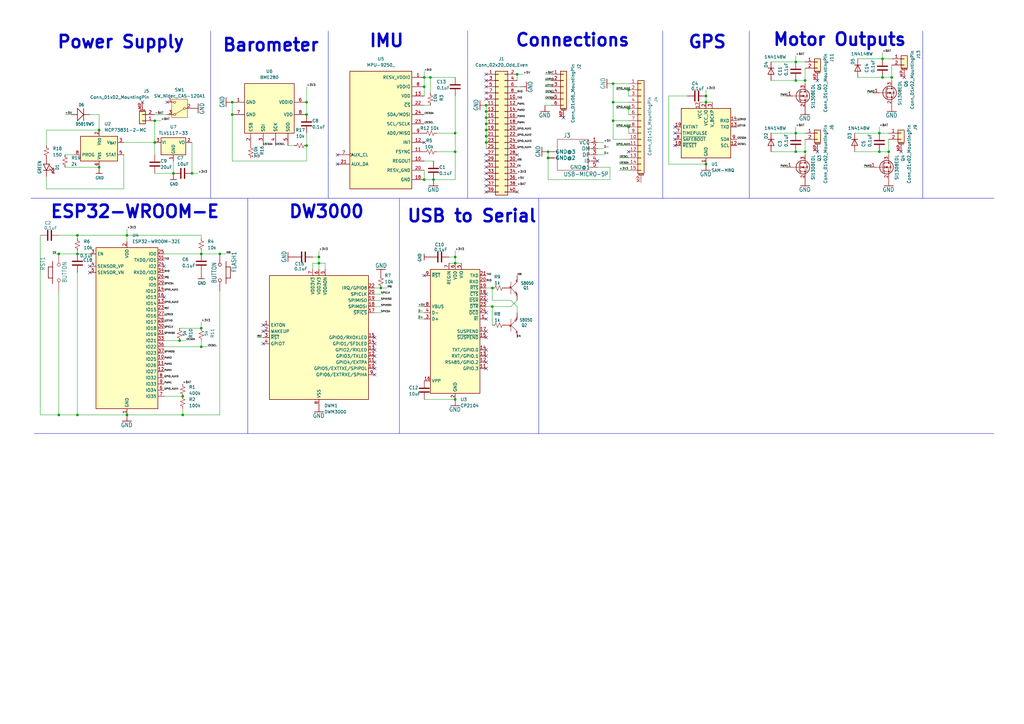
<source format=kicad_sch>
(kicad_sch (version 20250114) (generator "eeschema") (generator_version "9.0")
  (paper "A3")
  (title_block (title "ESP32-DW3000 Drone") (date "2025-12-19") (rev "Revision 2") (company "RAIN Lab") (comment 4 "Author:  Kent Fukuda"))
  (lib_symbols
    (symbol "02_ME6217C33M5G:MPU-9250_"
      (property "Reference" "U6" (at -44.45 -14.478 0))
      (property "Value" "MPU-9250_" (at -38.608 -9.144 0))
      (symbol "MPU-9250__1_1"
        (pin output clock (at -17.78 -16.51 0) (length 5.08) (name "AUX_CL") (number "7"))
        (pin bidirectional line (at -17.78 -20.32 0) (length 5.08) (name "AUX_DA") (number "21"))
        (pin input line (at 17.78 15.24 180) (length 5.08) (name "RESV_VDDIO") (number "1"))
        (pin power_in line (at 17.78 11.43 180) (length 5.08) (name "VDDIO") (number "8"))
        (pin power_in line (at 17.78 7.62 180) (length 5.08) (name "VDD") (number "13"))
        (pin input line (at 17.78 3.81 180) (length 5.08) (name "~{CS}") (number "22"))
        (pin bidirectional line (at 17.78 0 180) (length 5.08) (name "SDA/MOSI") (number "24"))
        (pin input line (at 17.78 -3.81 180) (length 5.08) (name "SCL/SCLK") (number "23"))
        (pin bidirectional line (at 17.78 -7.62 180) (length 5.08) (name "AD0/MISO") (number "9"))
        (pin output line (at 17.78 -11.43 180) (length 5.08) (name "INT") (number "12"))
        (pin input line (at 17.78 -15.24 180) (length 5.08) (name "FSYNC") (number "11"))
        (pin passive line (at 17.78 -19.05 180) (length 5.08) (name "REGOUT") (number "10"))
        (pin power_in line (at 17.78 -22.86 180) (length 5.08) (name "RESV_GND") (number "20"))
        (pin power_in line (at 17.78 -26.67 180) (length 5.08) (name "GND") (number "18"))
      )
    )
    (symbol "Battery_Management:MCP73831-2-MC"
      (property "Reference" "U" (at -7.62 6.35 0))
      (property "Value" "MCP73831-2-MC" (at 1.27 6.35 0))
      (symbol "MCP73831-2-MC_1_1"
        (pin input line (at -10.16 -2.54 0) (length 2.54) (name "PROG") (number "8"))
        (pin no_connect line (at -7.62 2.54 0) (length 2.54) (hide yes) (name "NC") (number "7"))
        (pin passive line (at 0 7.62 270) (length 2.54) (hide yes) (name "V_{DD}") (number "1"))
        (pin power_in line (at 0 7.62 270) (length 2.54) (name "V_{DD}") (number "2"))
        (pin power_in line (at 0 -7.62 90) (length 2.54) (name "V_{SS}") (number "6"))
        (pin power_out line (at 10.16 2.54 180) (length 2.54) (name "V_{BAT}") (number "3"))
        (pin passive line (at 10.16 2.54 180) (length 2.54) (hide yes) (name "V_{BAT}") (number "4"))
        (pin tri_state line (at 10.16 -2.54 180) (length 2.54) (name "STAT") (number "5"))
      )
    )
    (symbol "Connector_Generic:Conn_02x20_Odd_Even" (pin_names (offset 1.016) (hide yes))
      (property "Reference" "J" (at 1.27 25.4 0))
      (property "Value" "Conn_02x20_Odd_Even" (at 1.27 -27.94 0))
      (symbol "Conn_02x20_Odd_Even_1_1"
        (pin passive line (at -5.08 22.86 0) (length 3.81) (name "Pin_1") (number "1"))
        (pin passive line (at -5.08 20.32 0) (length 3.81) (name "Pin_3") (number "3"))
        (pin passive line (at -5.08 17.78 0) (length 3.81) (name "Pin_5") (number "5"))
        (pin passive line (at -5.08 15.24 0) (length 3.81) (name "Pin_7") (number "7"))
        (pin passive line (at -5.08 12.7 0) (length 3.81) (name "Pin_9") (number "9"))
        (pin passive line (at -5.08 10.16 0) (length 3.81) (name "Pin_11") (number "11"))
        (pin passive line (at -5.08 7.62 0) (length 3.81) (name "Pin_13") (number "13"))
        (pin passive line (at -5.08 5.08 0) (length 3.81) (name "Pin_15") (number "15"))
        (pin passive line (at -5.08 2.54 0) (length 3.81) (name "Pin_17") (number "17"))
        (pin passive line (at -5.08 0 0) (length 3.81) (name "Pin_19") (number "19"))
        (pin passive line (at -5.08 -2.54 0) (length 3.81) (name "Pin_21") (number "21"))
        (pin passive line (at -5.08 -5.08 0) (length 3.81) (name "Pin_23") (number "23"))
        (pin passive line (at -5.08 -7.62 0) (length 3.81) (name "Pin_25") (number "25"))
        (pin passive line (at -5.08 -10.16 0) (length 3.81) (name "Pin_27") (number "27"))
        (pin passive line (at -5.08 -12.7 0) (length 3.81) (name "Pin_29") (number "29"))
        (pin passive line (at -5.08 -15.24 0) (length 3.81) (name "Pin_31") (number "31"))
        (pin passive line (at -5.08 -17.78 0) (length 3.81) (name "Pin_33") (number "33"))
        (pin passive line (at -5.08 -20.32 0) (length 3.81) (name "Pin_35") (number "35"))
        (pin passive line (at -5.08 -22.86 0) (length 3.81) (name "Pin_37") (number "37"))
        (pin passive line (at -5.08 -25.4 0) (length 3.81) (name "Pin_39") (number "39"))
        (pin passive line (at 7.62 22.86 180) (length 3.81) (name "Pin_2") (number "2"))
        (pin passive line (at 7.62 20.32 180) (length 3.81) (name "Pin_4") (number "4"))
        (pin passive line (at 7.62 17.78 180) (length 3.81) (name "Pin_6") (number "6"))
        (pin passive line (at 7.62 15.24 180) (length 3.81) (name "Pin_8") (number "8"))
        (pin passive line (at 7.62 12.7 180) (length 3.81) (name "Pin_10") (number "10"))
        (pin passive line (at 7.62 10.16 180) (length 3.81) (name "Pin_12") (number "12"))
        (pin passive line (at 7.62 7.62 180) (length 3.81) (name "Pin_14") (number "14"))
        (pin passive line (at 7.62 5.08 180) (length 3.81) (name "Pin_16") (number "16"))
        (pin passive line (at 7.62 2.54 180) (length 3.81) (name "Pin_18") (number "18"))
        (pin passive line (at 7.62 0 180) (length 3.81) (name "Pin_20") (number "20"))
        (pin passive line (at 7.62 -2.54 180) (length 3.81) (name "Pin_22") (number "22"))
        (pin passive line (at 7.62 -5.08 180) (length 3.81) (name "Pin_24") (number "24"))
        (pin passive line (at 7.62 -7.62 180) (length 3.81) (name "Pin_26") (number "26"))
        (pin passive line (at 7.62 -10.16 180) (length 3.81) (name "Pin_28") (number "28"))
        (pin passive line (at 7.62 -12.7 180) (length 3.81) (name "Pin_30") (number "30"))
        (pin passive line (at 7.62 -15.24 180) (length 3.81) (name "Pin_32") (number "32"))
        (pin passive line (at 7.62 -17.78 180) (length 3.81) (name "Pin_34") (number "34"))
        (pin passive line (at 7.62 -20.32 180) (length 3.81) (name "Pin_36") (number "36"))
        (pin passive line (at 7.62 -22.86 180) (length 3.81) (name "Pin_38") (number "38"))
        (pin passive line (at 7.62 -25.4 180) (length 3.81) (name "Pin_40") (number "40"))
      )
    )
    (symbol "Connector_Generic_MountingPin:Conn_01x02_MountingPin" (pin_names (offset 1.016) (hide yes))
      (property "Reference" "J" (at 0 2.54 0))
      (property "Value" "Conn_01x02_MountingPin" (at 1.27 -5.08 0))
      (symbol "Conn_01x02_MountingPin_1_1"
        (text "Mounting" (at 0 -4.191 0) (effects (font (size 0.381 0.381))))
        (pin passive line (at -5.08 0 0) (length 3.81) (name "Pin_1") (number "1"))
        (pin passive line (at -5.08 -2.54 0) (length 3.81) (name "Pin_2") (number "2"))
        (pin passive line (at 0 -7.62 90) (length 3.048) (name "MountPin") (number "MP"))
      )
    )
    (symbol "Connector_Generic_MountingPin:Conn_01x06_MountingPin" (pin_names (offset 1.016) (hide yes))
      (property "Reference" "J" (at 0 7.62 0))
      (property "Value" "Conn_01x06_MountingPin" (at 1.27 -10.16 0))
      (symbol "Conn_01x06_MountingPin_1_1"
        (text "Mounting" (at 0 -9.271 0) (effects (font (size 0.381 0.381))))
        (pin passive line (at -5.08 5.08 0) (length 3.81) (name "Pin_1") (number "1"))
        (pin passive line (at -5.08 2.54 0) (length 3.81) (name "Pin_2") (number "2"))
        (pin passive line (at -5.08 0 0) (length 3.81) (name "Pin_3") (number "3"))
        (pin passive line (at -5.08 -2.54 0) (length 3.81) (name "Pin_4") (number "4"))
        (pin passive line (at -5.08 -5.08 0) (length 3.81) (name "Pin_5") (number "5"))
        (pin passive line (at -5.08 -7.62 0) (length 3.81) (name "Pin_6") (number "6"))
        (pin passive line (at 0 -12.7 90) (length 3.048) (name "MountPin") (number "MP"))
      )
    )
    (symbol "Connector_Generic_MountingPin:Conn_01x15_MountingPin" (pin_names (offset 1.016) (hide yes))
      (property "Reference" "J" (at 0 20.32 0))
      (property "Value" "Conn_01x15_MountingPin" (at 1.27 -20.32 0))
      (symbol "Conn_01x15_MountingPin_1_1"
        (text "Mounting" (at 0 -19.431 0) (effects (font (size 0.381 0.381))))
        (pin passive line (at -5.08 17.78 0) (length 3.81) (name "Pin_1") (number "1"))
        (pin passive line (at -5.08 15.24 0) (length 3.81) (name "Pin_2") (number "2"))
        (pin passive line (at -5.08 12.7 0) (length 3.81) (name "Pin_3") (number "3"))
        (pin passive line (at -5.08 10.16 0) (length 3.81) (name "Pin_4") (number "4"))
        (pin passive line (at -5.08 7.62 0) (length 3.81) (name "Pin_5") (number "5"))
        (pin passive line (at -5.08 5.08 0) (length 3.81) (name "Pin_6") (number "6"))
        (pin passive line (at -5.08 2.54 0) (length 3.81) (name "Pin_7") (number "7"))
        (pin passive line (at -5.08 0 0) (length 3.81) (name "Pin_8") (number "8"))
        (pin passive line (at -5.08 -2.54 0) (length 3.81) (name "Pin_9") (number "9"))
        (pin passive line (at -5.08 -5.08 0) (length 3.81) (name "Pin_10") (number "10"))
        (pin passive line (at -5.08 -7.62 0) (length 3.81) (name "Pin_11") (number "11"))
        (pin passive line (at -5.08 -10.16 0) (length 3.81) (name "Pin_12") (number "12"))
        (pin passive line (at -5.08 -12.7 0) (length 3.81) (name "Pin_13") (number "13"))
        (pin passive line (at -5.08 -15.24 0) (length 3.81) (name "Pin_14") (number "14"))
        (pin passive line (at -5.08 -17.78 0) (length 3.81) (name "Pin_15") (number "15"))
        (pin passive line (at 0 -22.86 90) (length 3.048) (name "MountPin") (number "MP"))
      )
    )
    (symbol "Device:C" (pin_numbers (hide yes)) (pin_names (offset 0.254))
      (property "Reference" "C" (at 0.635 2.54 0))
      (property "Value" "C" (at 0.635 -2.54 0))
      (symbol "C_1_1"
        (pin passive line (at 0 3.81 270) (length 2.794) (name "~") (number "1"))
        (pin passive line (at 0 -3.81 90) (length 2.794) (name "~") (number "2"))
      )
    )
    (symbol "Device:R_Small_US" (pin_numbers (hide yes)) (pin_names (offset 0.254) (hide yes))
      (property "Reference" "R" (at 0.762 0.508 0))
      (property "Value" "R_Small_US" (at 0.762 -1.016 0))
      (symbol "R_Small_US_1_1"
        (pin passive line (at 0 2.54 270) (length 1.016) (name "~") (number "1"))
        (pin passive line (at 0 -2.54 90) (length 1.016) (name "~") (number "2"))
      )
    )
    (symbol "Diode:1N4148W" (pin_numbers (hide yes)) (pin_names (hide yes))
      (property "Reference" "D" (at 0 2.54 0))
      (property "Value" "1N4148W" (at 0 -2.54 0))
      (symbol "1N4148W_1_1"
        (pin passive line (at -3.81 0 0) (length 2.54) (name "K") (number "1"))
        (pin passive line (at 3.81 0 180) (length 2.54) (name "A") (number "2"))
      )
    )
    (symbol "ESP32 UWB v1.0-eagle-import:D'0805'"
      (symbol "D'0805'_1_0"
        (pin passive line (at -3.81 0 0) (length 2.54) (name "+") (number "+"))
        (pin passive line (at 3.81 0 180) (length 2.54) (name "-") (number "-"))
      )
    )
    (symbol "ESP32 UWB v1.0-eagle-import:GND" (power)
      (symbol "GND_1_0"
        (pin power_in line (at 0 2.54 270) (length 2.54) (name "GND") (number "1"))
      )
    )
    (symbol "ESP32 UWB v1.0-eagle-import:LED0805_NOOUTLINE"
      (property "Reference" "D" (at -1.27 4.445 0))
      (symbol "LED0805_NOOUTLINE_1_0"
        (pin passive line (at -5.08 0 0) (length 2.54) (name "A") (number "A"))
        (pin passive line (at 2.54 0 180) (length 2.54) (name "C") (number "C"))
      )
    )
    (symbol "ESP32 UWB v1.0-eagle-import:PB157"
      (property "Reference" "SW" (at -8.636 4.826 0))
      (symbol "PB157_1_0"
        (pin passive inverted (at -7.62 0 0) (length 5.08) (name "1") (number "1"))
        (pin passive inverted (at 7.62 0 180) (length 5.08) (name "2") (number "2"))
      )
    )
    (symbol "ESP32 UWB v1.0-eagle-import:SparkFun-Aesthetics_GND" (power)
      (symbol "SparkFun-Aesthetics_GND_1_0"
        (pin power_in line (at 0 2.54 270) (length 2.54) (name "GND") (number "1"))
      )
    )
    (symbol "ESP32 UWB v1.0-eagle-import:TRANSISTOR-NPN-SOT23"
      (symbol "TRANSISTOR-NPN-SOT23_1_0"
        (text "B" (at -0.635 0 0) (effects (font (size 0.635 0.5397)) (justify left bottom)))
        (text "C" (at 1.905 2.54 0) (effects (font (size 0.635 0.5397)) (justify left bottom)))
        (text "E" (at 1.905 -3.175 0) (effects (font (size 0.635 0.5397)) (justify left bottom)))
        (pin passive line (at -2.54 0 0) (length 2.54) (name "B") (number "1"))
        (pin passive line (at 2.54 5.08 270) (length 2.54) (name "C") (number "3"))
        (pin passive line (at 2.54 -5.08 90) (length 2.54) (name "E") (number "2"))
      )
    )
    (symbol "ESP32 UWB v1.0-eagle-import:USB-MICRO-5P"
      (property "Reference" "J" (at -3.81 6.985 0))
      (symbol "USB-MICRO-5P_1_0"
        (pin bidirectional line (at -10.16 1.27 0) (length 2.54) (name "GND@3") (number "E1"))
        (pin bidirectional line (at -10.16 1.27 0) (length 2.54) (name "GND@3") (number "P1"))
        (pin bidirectional line (at -10.16 -1.27 0) (length 2.54) (name "GND@2") (number "E2"))
        (pin bidirectional line (at -10.16 -1.27 0) (length 2.54) (name "GND@2") (number "P2"))
        (pin bidirectional line (at 10.16 5.08 180) (length 2.54) (name "VCC") (number "1"))
        (pin bidirectional line (at 10.16 2.54 180) (length 2.54) (name "DM") (number "2"))
        (pin bidirectional line (at 10.16 0 180) (length 2.54) (name "DP") (number "3"))
        (pin bidirectional line (at 10.16 -2.54 180) (length 2.54) (name "ID") (number "4"))
        (pin bidirectional line (at 10.16 -5.08 180) (length 2.54) (name "GND@1") (number "5"))
      )
    )
    (symbol "ESP32 UWB v1.0-eagle-import:microbuilder_GND" (power)
      (symbol "microbuilder_GND_1_0"
        (pin power_in line (at 0 2.54 270) (length 2.54) (name "GND") (number "1"))
      )
    )
    (symbol "ESP32 UWB v1.0-eagle-import:supply1_GND" (power)
      (symbol "supply1_GND_1_0"
        (pin power_in line (at 0 2.54 270) (length 2.54) (name "GND") (number "1"))
      )
    )
    (symbol "Interface_USB:CP2104"
      (property "Reference" "U" (at -5.08 28.575 0))
      (property "Value" "CP2104" (at -5.08 26.67 0))
      (symbol "CP2104_1_1"
        (pin bidirectional line (at -12.7 22.86 0) (length 2.54) (name "~{RST}") (number "9"))
        (pin input line (at -12.7 10.16 0) (length 2.54) (name "VBUS") (number "8"))
        (pin bidirectional line (at -12.7 7.62 0) (length 2.54) (name "D-") (number "4"))
        (pin bidirectional line (at -12.7 5.08 0) (length 2.54) (name "D+") (number "3"))
        (pin passive line (at -12.7 -20.32 0) (length 2.54) (name "VPP") (number "16"))
        (pin power_in line (at -2.54 27.94 270) (length 2.54) (name "REGIN") (number "7"))
        (pin power_in line (at 0 27.94 270) (length 2.54) (name "VDD") (number "6"))
        (pin power_in line (at 0 -27.94 90) (length 2.54) (name "GND") (number "2"))
        (pin passive line (at 0 -27.94 90) (length 2.54) (hide yes) (name "GND") (number "25"))
        (pin power_in line (at 2.54 27.94 270) (length 2.54) (name "VIO") (number "5"))
        (pin no_connect line (at 10.16 -20.32 180) (length 2.54) (hide yes) (name "NC") (number "10"))
        (pin output line (at 12.7 22.86 180) (length 2.54) (name "TXD") (number "21"))
        (pin input line (at 12.7 20.32 180) (length 2.54) (name "RXD") (number "20"))
        (pin output line (at 12.7 17.78 180) (length 2.54) (name "~{RTS}") (number "19"))
        (pin input line (at 12.7 15.24 180) (length 2.54) (name "~{CTS}") (number "18"))
        (pin input line (at 12.7 12.7 180) (length 2.54) (name "~{DSR}") (number "22"))
        (pin output line (at 12.7 10.16 180) (length 2.54) (name "~{DTR}") (number "23"))
        (pin input line (at 12.7 7.62 180) (length 2.54) (name "~{DCD}") (number "24"))
        (pin input line (at 12.7 5.08 180) (length 2.54) (name "~{RI}") (number "1"))
        (pin output line (at 12.7 0 180) (length 2.54) (name "SUSPEND") (number "17"))
        (pin output line (at 12.7 -2.54 180) (length 2.54) (name "~{SUSPEND}") (number "15"))
        (pin bidirectional line (at 12.7 -7.62 180) (length 2.54) (name "TXT/GPIO.0") (number "14"))
        (pin bidirectional line (at 12.7 -10.16 180) (length 2.54) (name "RXT/GPIO.1") (number "13"))
        (pin bidirectional line (at 12.7 -12.7 180) (length 2.54) (name "RS485/GPIO.2") (number "12"))
        (pin bidirectional line (at 12.7 -15.24 180) (length 2.54) (name "GPIO.3") (number "11"))
      )
    )
    (symbol "RF_GPS:SAM-M8Q"
      (property "Reference" "U" (at -8.89 11.43 0))
      (property "Value" "SAM-M8Q" (at 8.89 11.43 0))
      (symbol "SAM-M8Q_1_1"
        (pin input line (at -12.7 2.54 0) (length 2.54) (name "EXTINT") (number "19"))
        (pin output line (at -12.7 0 0) (length 2.54) (name "TIMEPULSE") (number "7"))
        (pin input line (at -12.7 -2.54 0) (length 2.54) (name "~{SAFEBOOT}") (number "8"))
        (pin input line (at -12.7 -5.08 0) (length 2.54) (name "~{RESET}") (number "18"))
        (pin power_in line (at -2.54 12.7 270) (length 2.54) (name "VCC") (number "17"))
        (pin power_in line (at 0 12.7 270) (length 2.54) (name "VCC_IO") (number "2"))
        (pin power_in line (at 0 -12.7 90) (length 2.54) (name "GND") (number "1"))
        (pin passive line (at 0 -12.7 90) (length 2.54) (hide yes) (name "GND") (number "10"))
        (pin passive line (at 0 -12.7 90) (length 2.54) (hide yes) (name "GND") (number "11"))
        (pin passive line (at 0 -12.7 90) (length 2.54) (hide yes) (name "GND") (number "15"))
        (pin passive line (at 0 -12.7 90) (length 2.54) (hide yes) (name "GND") (number "16"))
        (pin passive line (at 0 -12.7 90) (length 2.54) (hide yes) (name "GND") (number "20"))
        (pin passive line (at 0 -12.7 90) (length 2.54) (hide yes) (name "GND") (number "4"))
        (pin passive line (at 0 -12.7 90) (length 2.54) (hide yes) (name "GND") (number "5"))
        (pin passive line (at 0 -12.7 90) (length 2.54) (hide yes) (name "GND") (number "6"))
        (pin power_in line (at 2.54 12.7 270) (length 2.54) (name "V_BCKP") (number "3"))
        (pin input line (at 12.7 5.08 180) (length 2.54) (name "RXD") (number "14"))
        (pin output line (at 12.7 2.54 180) (length 2.54) (name "TXD") (number "13"))
        (pin bidirectional line (at 12.7 -2.54 180) (length 2.54) (name "SDA") (number "9"))
        (pin input line (at 12.7 -5.08 180) (length 2.54) (name "SCL") (number "12"))
      )
    )
    (symbol "RF_Module:DWM3000"
      (property "Reference" "DWM" (at 7.62 25.4 0))
      (property "Value" "DWM3000" (at 1.27 3.81 0))
      (symbol "DWM3000_1_1"
        (pin output line (at -22.86 5.08 0) (length 2.54) (name "EXTON") (number "1"))
        (pin bidirectional line (at -22.86 2.54 0) (length 2.54) (name "WAKEUP") (number "2"))
        (pin bidirectional line (at -22.86 0 0) (length 2.54) (name "~{RST}") (number "3"))
        (pin bidirectional line (at -22.86 -2.54 0) (length 2.54) (name "GPIO7") (number "4"))
        (pin power_in line (at -2.54 27.94 270) (length 2.54) (name "VDD3V3") (number "7"))
        (pin power_in line (at 0 27.94 270) (length 2.54) (name "VDD3V3") (number "6"))
        (pin passive line (at 0 -27.94 90) (length 2.54) (hide yes) (name "VSS") (number "16"))
        (pin passive line (at 0 -27.94 90) (length 2.54) (hide yes) (name "VSS") (number "21"))
        (pin passive line (at 0 -27.94 90) (length 2.54) (hide yes) (name "VSS") (number "23"))
        (pin passive line (at 0 -27.94 90) (length 2.54) (hide yes) (name "VSS") (number "24"))
        (pin power_in line (at 0 -27.94 90) (length 2.54) (name "VSS") (number "8"))
        (pin power_in line (at 2.54 27.94 270) (length 2.54) (name "VDDAON") (number "5"))
        (pin bidirectional line (at 22.86 20.32 180) (length 2.54) (name "IRQ/GPIO8") (number "22"))
        (pin input line (at 22.86 17.78 180) (length 2.54) (name "SPICLK") (number "20"))
        (pin output line (at 22.86 15.24 180) (length 2.54) (name "SPIMISO") (number "19"))
        (pin input line (at 22.86 12.7 180) (length 2.54) (name "SPIMOSI") (number "18"))
        (pin input line (at 22.86 10.16 180) (length 2.54) (name "~{SPICS}") (number "17"))
        (pin bidirectional line (at 22.86 0 180) (length 2.54) (name "GPIO0/RXOKLED") (number "15"))
        (pin bidirectional line (at 22.86 -2.54 180) (length 2.54) (name "GPIO1/SFDLED") (number "14"))
        (pin bidirectional line (at 22.86 -5.08 180) (length 2.54) (name "GPIO2/RXLED") (number "13"))
        (pin bidirectional line (at 22.86 -7.62 180) (length 2.54) (name "GPIO3/TXLED") (number "12"))
        (pin bidirectional line (at 22.86 -10.16 180) (length 2.54) (name "GPIO4/EXTPA") (number "11"))
        (pin bidirectional line (at 22.86 -12.7 180) (length 2.54) (name "GPIO5/EXTTXE/SPIPOL") (number "10"))
        (pin bidirectional line (at 22.86 -15.24 180) (length 2.54) (name "GPIO6/EXTRXE/SPIHA") (number "9"))
      )
    )
    (symbol "RF_Module:ESP32-WROOM-32E"
      (property "Reference" "U" (at -12.7 34.29 0))
      (property "Value" "ESP32-WROOM-32E" (at 1.27 34.29 0))
      (symbol "ESP32-WROOM-32E_1_1"
        (pin input line (at -15.24 30.48 0) (length 2.54) (name "EN") (number "3"))
        (pin input line (at -15.24 25.4 0) (length 2.54) (name "SENSOR_VP") (number "4"))
        (pin input line (at -15.24 22.86 0) (length 2.54) (name "SENSOR_VN") (number "5"))
        (pin no_connect line (at -12.7 0 0) (length 2.54) (hide yes) (name "NC") (number "21"))
        (pin no_connect line (at -12.7 -2.54 0) (length 2.54) (hide yes) (name "NC") (number "22"))
        (pin no_connect line (at -12.7 -5.08 0) (length 2.54) (hide yes) (name "NC") (number "17"))
        (pin no_connect line (at -12.7 -7.62 0) (length 2.54) (hide yes) (name "NC") (number "18"))
        (pin no_connect line (at -12.7 -10.16 0) (length 2.54) (hide yes) (name "NC") (number "20"))
        (pin no_connect line (at -12.7 -12.7 0) (length 2.54) (hide yes) (name "NC") (number "19"))
        (pin no_connect line (at -12.7 -27.94 0) (length 2.54) (hide yes) (name "NC") (number "32"))
        (pin power_in line (at 0 35.56 270) (length 2.54) (name "VDD") (number "2"))
        (pin power_in line (at 0 -35.56 90) (length 2.54) (name "GND") (number "1"))
        (pin passive line (at 0 -35.56 90) (length 2.54) (hide yes) (name "GND") (number "15"))
        (pin passive line (at 0 -35.56 90) (length 2.54) (hide yes) (name "GND") (number "38"))
        (pin passive line (at 0 -35.56 90) (length 2.54) (hide yes) (name "GND") (number "39"))
        (pin bidirectional line (at 15.24 30.48 180) (length 2.54) (name "IO0") (number "25"))
        (pin bidirectional line (at 15.24 27.94 180) (length 2.54) (name "TXD0/IO1") (number "35"))
        (pin bidirectional line (at 15.24 25.4 180) (length 2.54) (name "IO2") (number "24"))
        (pin bidirectional line (at 15.24 22.86 180) (length 2.54) (name "RXD0/IO3") (number "34"))
        (pin bidirectional line (at 15.24 20.32 180) (length 2.54) (name "IO4") (number "26"))
        (pin bidirectional line (at 15.24 17.78 180) (length 2.54) (name "IO5") (number "29"))
        (pin bidirectional line (at 15.24 15.24 180) (length 2.54) (name "IO12") (number "14"))
        (pin bidirectional line (at 15.24 12.7 180) (length 2.54) (name "IO13") (number "16"))
        (pin bidirectional line (at 15.24 10.16 180) (length 2.54) (name "IO14") (number "13"))
        (pin bidirectional line (at 15.24 7.62 180) (length 2.54) (name "IO15") (number "23"))
        (pin bidirectional line (at 15.24 5.08 180) (length 2.54) (name "IO16") (number "27"))
        (pin bidirectional line (at 15.24 2.54 180) (length 2.54) (name "IO17") (number "28"))
        (pin bidirectional line (at 15.24 0 180) (length 2.54) (name "IO18") (number "30"))
        (pin bidirectional line (at 15.24 -2.54 180) (length 2.54) (name "IO19") (number "31"))
        (pin bidirectional line (at 15.24 -5.08 180) (length 2.54) (name "IO21") (number "33"))
        (pin bidirectional line (at 15.24 -7.62 180) (length 2.54) (name "IO22") (number "36"))
        (pin bidirectional line (at 15.24 -10.16 180) (length 2.54) (name "IO23") (number "37"))
        (pin bidirectional line (at 15.24 -12.7 180) (length 2.54) (name "IO25") (number "10"))
        (pin bidirectional line (at 15.24 -15.24 180) (length 2.54) (name "IO26") (number "11"))
        (pin bidirectional line (at 15.24 -17.78 180) (length 2.54) (name "IO27") (number "12"))
        (pin bidirectional line (at 15.24 -20.32 180) (length 2.54) (name "IO32") (number "8"))
        (pin bidirectional line (at 15.24 -22.86 180) (length 2.54) (name "IO33") (number "9"))
        (pin input line (at 15.24 -25.4 180) (length 2.54) (name "IO34") (number "6"))
        (pin input line (at 15.24 -27.94 180) (length 2.54) (name "IO35") (number "7"))
      )
    )
    (symbol "Regulator_Linear:TLV1117-33" (pin_names (offset 0.254))
      (property "Reference" "U" (at -3.81 3.175 0))
      (property "Value" "TLV1117-33" (at 0 3.175 0))
      (symbol "TLV1117-33_1_1"
        (pin power_in line (at -7.62 0 0) (length 2.54) (name "VI") (number "3"))
        (pin power_in line (at 0 -7.62 90) (length 2.54) (name "GND") (number "1"))
        (pin power_out line (at 7.62 0 180) (length 2.54) (name "VO") (number "2"))
      )
    )
    (symbol "Sensor:BME280"
      (property "Reference" "U" (at -8.89 11.43 0))
      (property "Value" "BME280" (at 7.62 11.43 0))
      (symbol "BME280_1_1"
        (pin power_in line (at -2.54 15.24 270) (length 5.08) (name "VDDIO") (number "6"))
        (pin power_in line (at -2.54 -15.24 90) (length 5.08) (name "GND") (number "1"))
        (pin power_in line (at 2.54 15.24 270) (length 5.08) (name "VDD") (number "8"))
        (pin power_in line (at 2.54 -15.24 90) (length 5.08) (name "GND") (number "7"))
        (pin bidirectional line (at 15.24 7.62 180) (length 5.08) (name "SDO") (number "5"))
        (pin input line (at 15.24 2.54 180) (length 5.08) (name "SCK") (number "4"))
        (pin bidirectional line (at 15.24 -2.54 180) (length 5.08) (name "SDI") (number "3"))
        (pin input line (at 15.24 -7.62 180) (length 5.08) (name "CSB") (number "2"))
      )
    )
    (symbol "Switch:SW_Nidec_CAS-120A1" (pin_names (offset 1) (hide yes))
      (property "Reference" "SW" (at 0 4.318 0))
      (property "Value" "SW_Nidec_CAS-120A1" (at 0 -5.08 0))
      (symbol "SW_Nidec_CAS-120A1_1_1"
        (pin passive line (at -5.08 0 0) (length 2.54) (name "B") (number "2"))
        (pin passive line (at 5.08 2.54 180) (length 2.54) (name "A") (number "3"))
        (pin passive line (at 5.08 -2.54 180) (length 2.54) (name "C") (number "1"))
      )
    )
    (symbol "Transistor_FET:Si1308EDL" (pin_names (offset 0) (hide yes))
      (property "Reference" "Q" (at 5.08 1.905 0))
      (property "Value" "Si1308EDL" (at 5.08 0 0))
      (symbol "Si1308EDL_1_1"
        (pin input line (at -5.08 0 0) (length 2.54) (name "G") (number "1"))
        (pin passive line (at 2.54 5.08 270) (length 2.54) (name "D") (number "3"))
        (pin passive line (at 2.54 -5.08 90) (length 2.54) (name "S") (number "2"))
      )
    )
  )
  (text "IMU" (at 151.13 19.812 0) (effects (font (size 5.08 5.08) (thickness 1.016) (bold yes)) (justify left bottom)))
  (text "Barometer" (at 90.932 21.59 0) (effects (font (size 5.08 5.08) (thickness 1.016) (bold yes)) (justify left bottom)))
  (text "GPS" (at 281.94 20.32 0) (effects (font (size 5.08 5.08) (thickness 1.016) (bold yes)) (justify left bottom)))
  (text "Connections" (at 211.074 19.558 0) (effects (font (size 5.08 5.08) (thickness 1.016) (bold yes)) (justify left bottom)))
  (text "DW3000" (at 118.11 89.916 0) (effects (font (size 5.08 5.08) (thickness 1.016) (bold yes)) (justify left bottom)))
  (text "Motor Outputs" (at 316.738 19.304 0) (effects (font (size 5.08 5.08) (thickness 1.016) (bold yes)) (justify left bottom)))
  (text "USB to Serial" (at 166.624 91.694 0) (effects (font (size 5.08 5.08) (thickness 1.016) (bold yes)) (justify left bottom)))
  (text "ESP32-WROOM-E" (at 20.32 89.916 0) (effects (font (size 5.08 5.08) (thickness 1.016) (bold yes)) (justify left bottom)))
  (text "Power Supply" (at 23.114 20.32 0) (effects (font (size 5.08 5.08) (thickness 1.016) (bold yes)) (justify left bottom)))
  (junction (at 63.5 58.42))
  (junction (at 24.13 170.18))
  (junction (at 24.13 104.14))
  (junction (at 90.17 104.14))
  (junction (at 330.2 33.02))
  (junction (at 199.39 50.8))
  (junction (at 257.81 44.45))
  (junction (at 199.39 48.26))
  (junction (at 82.55 134.62))
  (junction (at 199.39 43.18))
  (junction (at 365.76 31.75))
  (junction (at 326.39 33.02))
  (junction (at 224.79 64.77))
  (junction (at 130.81 107.95))
  (junction (at 31.75 170.18))
  (junction (at 289.56 41.91))
  (junction (at 326.39 62.23))
  (junction (at 95.25 41.91))
  (junction (at 73.66 139.7))
  (junction (at 251.46 41.91))
  (junction (at 251.46 34.29))
  (junction (at 95.25 46.99))
  (junction (at 289.56 39.37))
  (junction (at 186.69 62.23))
  (junction (at 173.99 31.75))
  (junction (at 63.5 49.53))
  (junction (at 125.73 59.69))
  (junction (at 201.93 125.73))
  (junction (at 212.09 30.48))
  (junction (at 289.56 67.31))
  (junction (at 361.95 31.75))
  (junction (at 330.2 62.23))
  (junction (at 201.93 118.11))
  (junction (at 82.55 142.24))
  (junction (at 156.21 118.11))
  (junction (at 74.93 170.18))
  (junction (at 257.81 36.83))
  (junction (at 199.39 45.72))
  (junction (at 31.75 96.52))
  (junction (at 31.75 104.14))
  (junction (at 326.39 25.4))
  (junction (at 74.93 162.56))
  (junction (at 177.8 73.66))
  (junction (at 361.95 24.13))
  (junction (at 364.49 62.23))
  (junction (at 186.69 163.83))
  (junction (at 199.39 55.88))
  (junction (at 173.99 35.56))
  (junction (at 52.07 96.52))
  (junction (at 186.69 54.61))
  (junction (at 360.68 54.61))
  (junction (at 360.68 62.23))
  (junction (at 176.53 31.75))
  (junction (at 251.46 49.53))
  (junction (at 78.74 71.12))
  (junction (at 173.99 73.66))
  (junction (at 199.39 53.34))
  (junction (at 82.55 104.14))
  (junction (at 40.64 53.34))
  (junction (at 125.73 41.91))
  (junction (at 125.73 46.99))
  (junction (at 186.69 107.95))
  (junction (at 186.69 105.41))
  (junction (at 326.39 54.61))
  (junction (at 224.79 62.23))
  (junction (at 52.07 170.18))
  (junction (at 130.81 105.41))
  (junction (at 199.39 58.42))
  (junction (at 40.64 68.58))
  (junction (at 257.81 52.07))
  (junction (at 71.12 71.12))
  (no_connect (at 199.39 151.13))
  (no_connect (at 199.39 33.02))
  (no_connect (at 199.39 38.1))
  (no_connect (at 36.83 109.22))
  (no_connect (at 67.31 121.92))
  (no_connect (at 199.39 68.58))
  (no_connect (at 173.99 58.42))
  (no_connect (at 199.39 66.04))
  (no_connect (at 199.39 120.65))
  (no_connect (at 199.39 135.89))
  (no_connect (at 199.39 73.66))
  (no_connect (at 58.42 41.91))
  (no_connect (at 199.39 76.2))
  (no_connect (at 153.67 153.67))
  (no_connect (at 369.57 62.23))
  (no_connect (at 107.95 133.35))
  (no_connect (at 212.09 78.74))
  (no_connect (at 68.58 41.91))
  (no_connect (at 257.81 62.23))
  (no_connect (at 199.39 78.74))
  (no_connect (at 36.83 111.76))
  (no_connect (at 173.99 113.03))
  (no_connect (at 335.28 62.23))
  (no_connect (at 153.67 143.51))
  (no_connect (at 199.39 130.81))
  (no_connect (at 199.39 128.27))
  (no_connect (at 107.95 135.89))
  (no_connect (at 153.67 146.05))
  (no_connect (at 276.86 54.61))
  (no_connect (at 199.39 143.51))
  (no_connect (at 370.84 31.75))
  (no_connect (at 67.31 109.22))
  (no_connect (at 199.39 146.05))
  (no_connect (at 231.14 48.26))
  (no_connect (at 245.11 66.04))
  (no_connect (at 199.39 123.19))
  (no_connect (at 107.95 140.97))
  (no_connect (at 138.43 67.31))
  (no_connect (at 335.28 33.02))
  (no_connect (at 199.39 40.64))
  (no_connect (at 199.39 138.43))
  (no_connect (at 138.43 63.5))
  (no_connect (at 212.09 63.5))
  (no_connect (at 199.39 63.5))
  (no_connect (at 199.39 35.56))
  (no_connect (at 199.39 30.48))
  (no_connect (at 276.86 57.15))
  (no_connect (at 199.39 148.59))
  (no_connect (at 276.86 59.69))
  (no_connect (at 153.67 151.13))
  (no_connect (at 153.67 138.43))
  (no_connect (at 276.86 52.07))
  (no_connect (at 153.67 148.59))
  (no_connect (at 199.39 71.12))
  (no_connect (at 153.67 140.97))
  (wire (pts (xy 173.99 163.83) (xy 186.69 163.83)))
  (wire (pts (xy 252.73 44.45) (xy 257.81 44.45)))
  (wire (pts (xy 351.79 31.75) (xy 361.95 31.75)))
  (wire (pts (xy 67.31 104.14) (xy 82.55 104.14)))
  (wire (pts (xy 179.07 62.23) (xy 186.69 62.23)))
  (wire (pts (xy 40.64 46.99) (xy 40.64 53.34)))
  (wire (pts (xy 24.13 170.18) (xy 31.75 170.18)))
  (wire (pts (xy 251.46 49.53) (xy 251.46 57.15)))
  (wire (pts (xy 316.23 25.4) (xy 326.39 25.4)))
  (wire (pts (xy 354.33 68.58) (xy 356.87 68.58)))
  (wire (pts (xy 254 64.77) (xy 257.81 64.77)))
  (wire (pts (xy 186.69 54.61) (xy 186.69 62.23)))
  (wire (pts (xy 360.68 52.07) (xy 360.68 54.61)))
  (wire (pts (xy 153.67 123.19) (xy 156.21 123.19)))
  (wire (pts (xy 251.46 49.53) (xy 257.81 49.53)))
  (wire (pts (xy 245.11 68.58) (xy 250.19 68.58)))
  (wire (pts (xy 212.09 125.73) (xy 209.55 123.19)) (stroke (width 0.1524)))
  (wire (pts (xy 316.23 54.61) (xy 326.39 54.61)))
  (wire (pts (xy 31.75 111.76) (xy 31.75 170.18)))
  (wire (pts (xy 326.39 62.23) (xy 330.2 62.23)))
  (wire (pts (xy 360.68 62.23) (xy 364.49 62.23)))
  (wire (pts (xy 361.95 31.75) (xy 365.76 31.75)))
  (wire (pts (xy 201.93 125.73) (xy 201.93 133.35)) (stroke (width 0.1524)))
  (wire (pts (xy 223.52 35.56) (xy 226.06 35.56)))
  (wire (pts (xy 95.25 46.99) (xy 95.25 66.04)))
  (wire (pts (xy 365.76 26.67) (xy 365.76 31.75)))
  (wire (pts (xy 201.93 125.73) (xy 209.55 125.73)) (stroke (width 0.1524)))
  (polyline (pts (xy 13.97 177.8) (xy 407.67 177.8)))
  (wire (pts (xy 24.13 96.52) (xy 31.75 96.52)) (stroke (width 0.1524)))
  (wire (pts (xy 184.15 107.95) (xy 186.69 107.95)))
  (wire (pts (xy 173.99 73.66) (xy 177.8 73.66)))
  (wire (pts (xy 128.27 110.49) (xy 128.27 107.95)))
  (wire (pts (xy 289.56 41.91) (xy 292.1 41.91)))
  (wire (pts (xy 364.49 57.15) (xy 364.49 62.23)))
  (wire (pts (xy 19.05 77.47) (xy 50.8 77.47)))
  (wire (pts (xy 199.39 43.18) (xy 199.39 45.72)))
  (wire (pts (xy 125.73 54.61) (xy 125.73 59.69)))
  (wire (pts (xy 177.8 66.04) (xy 173.99 66.04)))
  (wire (pts (xy 360.68 54.61) (xy 364.49 54.61)))
  (wire (pts (xy 326.39 25.4) (xy 330.2 25.4)))
  (wire (pts (xy 361.95 21.59) (xy 361.95 24.13)))
  (wire (pts (xy 36.83 46.99) (xy 40.64 46.99)))
  (wire (pts (xy 257.81 36.83) (xy 257.81 39.37)))
  (wire (pts (xy 212.09 30.48) (xy 214.63 30.48)))
  (wire (pts (xy 173.99 31.75) (xy 173.99 35.56)))
  (polyline (pts (xy 220.98 81.28) (xy 220.98 177.8)))
  (wire (pts (xy 118.11 59.69) (xy 120.65 59.69)))
  (wire (pts (xy 186.69 39.37) (xy 186.69 54.61)))
  (wire (pts (xy 289.56 39.37) (xy 289.56 41.91)))
  (wire (pts (xy 171.45 130.81) (xy 173.99 130.81)))
  (wire (pts (xy 254 67.31) (xy 257.81 67.31)))
  (wire (pts (xy 250.19 68.58) (xy 250.19 73.66)))
  (wire (pts (xy 24.13 119.38) (xy 24.13 170.18)))
  (wire (pts (xy 52.07 96.52) (xy 52.07 99.06)) (stroke (width 0.1524)))
  (wire (pts (xy 67.31 162.56) (xy 74.93 162.56)))
  (wire (pts (xy 173.99 35.56) (xy 173.99 39.37)))
  (wire (pts (xy 330.2 27.94) (xy 330.2 33.02)))
  (wire (pts (xy 223.52 30.48) (xy 226.06 30.48)))
  (wire (pts (xy 326.39 33.02) (xy 330.2 33.02)))
  (wire (pts (xy 223.52 40.64) (xy 226.06 40.64)))
  (wire (pts (xy 330.2 33.02) (xy 330.2 34.29)))
  (polyline (pts (xy 163.83 81.28) (xy 163.83 177.8)))
  (wire (pts (xy 364.49 62.23) (xy 364.49 63.5)))
  (wire (pts (xy 212.09 125.73) (xy 212.09 128.27)) (stroke (width 0.1524)))
  (wire (pts (xy 287.02 41.91) (xy 289.56 41.91)))
  (wire (pts (xy 19.05 72.39) (xy 19.05 77.47)))
  (wire (pts (xy 223.52 43.18) (xy 226.06 43.18)))
  (wire (pts (xy 245.11 60.96) (xy 247.65 60.96)) (stroke (width 0.1524)))
  (wire (pts (xy 63.5 58.42) (xy 63.5 63.5)))
  (wire (pts (xy 316.23 62.23) (xy 326.39 62.23)))
  (wire (pts (xy 257.81 44.45) (xy 257.81 46.99)))
  (wire (pts (xy 153.67 125.73) (xy 156.21 125.73)))
  (wire (pts (xy 326.39 52.07) (xy 326.39 54.61)))
  (wire (pts (xy 90.17 119.38) (xy 90.17 170.18)))
  (wire (pts (xy 82.55 104.14) (xy 90.17 104.14)))
  (polyline (pts (xy 101.6 177.8) (xy 101.6 81.28)))
  (wire (pts (xy 251.46 41.91) (xy 251.46 49.53)))
  (wire (pts (xy 63.5 49.53) (xy 63.5 58.42)))
  (polyline (pts (xy 307.34 12.7) (xy 307.34 81.28)))
  (wire (pts (xy 133.35 107.95) (xy 130.81 107.95)))
  (wire (pts (xy 252.73 59.69) (xy 257.81 59.69)))
  (wire (pts (xy 245.11 58.42) (xy 247.65 58.42)))
  (wire (pts (xy 128.27 107.95) (xy 130.81 107.95)))
  (wire (pts (xy 199.39 58.42) (xy 199.39 60.96)))
  (wire (pts (xy 173.99 31.75) (xy 176.53 31.75)))
  (wire (pts (xy 184.15 105.41) (xy 186.69 105.41)))
  (wire (pts (xy 365.76 31.75) (xy 365.76 33.02)))
  (wire (pts (xy 74.93 170.18) (xy 90.17 170.18)))
  (wire (pts (xy 130.81 102.87) (xy 130.81 105.41)))
  (wire (pts (xy 274.32 39.37) (xy 274.32 67.31)))
  (wire (pts (xy 19.05 53.34) (xy 19.05 59.69)))
  (wire (pts (xy 320.04 68.58) (xy 322.58 68.58)))
  (wire (pts (xy 186.69 102.87) (xy 186.69 105.41)))
  (wire (pts (xy 153.67 128.27) (xy 156.21 128.27)))
  (wire (pts (xy 128.27 105.41) (xy 130.81 105.41)))
  (wire (pts (xy 95.25 41.91) (xy 95.25 46.99)))
  (wire (pts (xy 212.09 35.56) (xy 213.36 35.56)) (stroke (width 0.1524)))
  (wire (pts (xy 320.04 39.37) (xy 322.58 39.37)))
  (wire (pts (xy 85.09 142.24) (xy 82.55 142.24)))
  (wire (pts (xy 26.67 68.58) (xy 40.64 68.58)))
  (wire (pts (xy 281.94 39.37) (xy 274.32 39.37)))
  (wire (pts (xy 40.64 53.34) (xy 19.05 53.34)))
  (wire (pts (xy 78.74 58.42) (xy 78.74 71.12)))
  (wire (pts (xy 176.53 31.75) (xy 176.53 38.1)))
  (wire (pts (xy 257.81 34.29) (xy 251.46 34.29)))
  (polyline (pts (xy 86.36 12.7) (xy 86.36 81.28)))
  (wire (pts (xy 224.79 73.66) (xy 250.19 73.66)))
  (wire (pts (xy 186.69 62.23) (xy 186.69 73.66)))
  (wire (pts (xy 73.66 134.62) (xy 82.55 134.62)))
  (wire (pts (xy 50.8 58.42) (xy 63.5 58.42)))
  (polyline (pts (xy 271.78 12.7) (xy 271.78 81.28)))
  (wire (pts (xy 52.07 96.52) (xy 82.55 96.52)) (stroke (width 0.1524)))
  (wire (pts (xy 316.23 33.02) (xy 326.39 33.02)))
  (wire (pts (xy 223.52 38.1) (xy 226.06 38.1)))
  (wire (pts (xy 224.79 62.23) (xy 224.79 64.77)) (stroke (width 0.1524)))
  (polyline (pts (xy 134.62 12.7) (xy 134.62 81.28)))
  (wire (pts (xy 350.52 62.23) (xy 360.68 62.23)))
  (wire (pts (xy 82.55 96.52) (xy 82.55 97.79)) (stroke (width 0.1524)))
  (wire (pts (xy 16.51 170.18) (xy 24.13 170.18)) (stroke (width 0.1524)))
  (wire (pts (xy 125.73 35.56) (xy 125.73 41.91)))
  (wire (pts (xy 31.75 96.52) (xy 31.75 97.79)) (stroke (width 0.1524)))
  (wire (pts (xy 90.17 104.14) (xy 92.71 104.14)))
  (wire (pts (xy 186.69 107.95) (xy 189.23 107.95)))
  (wire (pts (xy 251.46 57.15) (xy 257.81 57.15)))
  (wire (pts (xy 16.51 96.52) (xy 16.51 170.18)) (stroke (width 0.1524)))
  (wire (pts (xy 52.07 93.98) (xy 52.07 96.52)))
  (wire (pts (xy 326.39 54.61) (xy 330.2 54.61)))
  (wire (pts (xy 254 69.85) (xy 257.81 69.85)))
  (wire (pts (xy 30.48 63.5) (xy 26.67 63.5)))
  (wire (pts (xy 171.45 125.73) (xy 173.99 125.73)))
  (wire (pts (xy 173.99 29.21) (xy 173.99 31.75)))
  (wire (pts (xy 361.95 24.13) (xy 365.76 24.13)))
  (wire (pts (xy 274.32 67.31) (xy 289.56 67.31)))
  (wire (pts (xy 212.09 123.19) (xy 209.55 125.73)) (stroke (width 0.1524)))
  (wire (pts (xy 177.8 73.66) (xy 186.69 73.66)))
  (wire (pts (xy 50.8 63.5) (xy 50.8 77.47)))
  (wire (pts (xy 251.46 41.91) (xy 257.81 41.91)))
  (wire (pts (xy 257.81 52.07) (xy 257.81 54.61)))
  (wire (pts (xy 201.93 118.11) (xy 201.93 123.19)) (stroke (width 0.1524)))
  (wire (pts (xy 73.66 139.7) (xy 67.31 139.7)))
  (wire (pts (xy 199.39 118.11) (xy 201.93 118.11)) (stroke (width 0.1524)))
  (wire (pts (xy 82.55 102.87) (xy 82.55 104.14)))
  (polyline (pts (xy 378.46 12.7) (xy 378.46 81.28)))
  (polyline (pts (xy 12.7 81.28) (xy 407.67 81.28)))
  (wire (pts (xy 125.73 41.91) (xy 125.73 46.99)))
  (wire (pts (xy 199.39 45.72) (xy 199.39 48.26)))
  (wire (pts (xy 78.74 71.12) (xy 81.28 71.12)))
  (wire (pts (xy 153.67 118.11) (xy 156.21 118.11)))
  (wire (pts (xy 330.2 57.15) (xy 330.2 62.23)))
  (wire (pts (xy 71.12 66.04) (xy 71.12 71.12)))
  (wire (pts (xy 223.52 33.02) (xy 226.06 33.02)))
  (wire (pts (xy 125.73 66.04) (xy 125.73 59.69)))
  (wire (pts (xy 199.39 50.8) (xy 199.39 53.34)))
  (wire (pts (xy 52.07 170.18) (xy 74.93 170.18)))
  (wire (pts (xy 133.35 110.49) (xy 133.35 107.95)))
  (wire (pts (xy 171.45 128.27) (xy 173.99 128.27)))
  (wire (pts (xy 82.55 132.08) (xy 82.55 134.62)))
  (wire (pts (xy 105.41 138.43) (xy 107.95 138.43)))
  (wire (pts (xy 355.6 38.1) (xy 358.14 38.1)))
  (wire (pts (xy 252.73 36.83) (xy 257.81 36.83)))
  (wire (pts (xy 63.5 46.99) (xy 68.58 46.99)))
  (wire (pts (xy 130.81 107.95) (xy 130.81 110.49)))
  (wire (pts (xy 326.39 22.86) (xy 326.39 25.4)))
  (wire (pts (xy 351.79 24.13) (xy 361.95 24.13)))
  (wire (pts (xy 21.59 104.14) (xy 24.13 104.14)))
  (wire (pts (xy 212.09 30.48) (xy 212.09 33.02)))
  (wire (pts (xy 251.46 34.29) (xy 251.46 41.91)))
  (wire (pts (xy 153.67 120.65) (xy 156.21 120.65)))
  (wire (pts (xy 24.13 104.14) (xy 31.75 104.14)))
  (wire (pts (xy 31.75 102.87) (xy 31.75 104.14)))
  (wire (pts (xy 179.07 54.61) (xy 186.69 54.61)))
  (wire (pts (xy 82.55 139.7) (xy 82.55 142.24)))
  (wire (pts (xy 156.21 118.11) (xy 158.75 118.11)))
  (wire (pts (xy 76.2 139.7) (xy 73.66 139.7)))
  (wire (pts (xy 176.53 43.18) (xy 173.99 43.18)))
  (wire (pts (xy 330.2 62.23) (xy 330.2 63.5)))
  (wire (pts (xy 130.81 105.41) (xy 130.81 107.95)))
  (wire (pts (xy 31.75 170.18) (xy 52.07 170.18)))
  (wire (pts (xy 82.55 142.24) (xy 67.31 142.24)))
  (wire (pts (xy 186.69 105.41) (xy 186.69 107.95)))
  (wire (pts (xy 176.53 31.75) (xy 186.69 31.75)))
  (wire (pts (xy 63.5 71.12) (xy 71.12 71.12)))
  (wire (pts (xy 173.99 69.85) (xy 173.99 73.66)))
  (polyline (pts (xy 191.77 12.7) (xy 191.77 81.28)))
  (wire (pts (xy 31.75 104.14) (xy 36.83 104.14)))
  (wire (pts (xy 63.5 49.53) (xy 66.04 49.53)))
  (wire (pts (xy 199.39 48.26) (xy 199.39 50.8)))
  (wire (pts (xy 289.56 36.83) (xy 289.56 39.37)))
  (wire (pts (xy 252.73 52.07) (xy 257.81 52.07)))
  (wire (pts (xy 350.52 54.61) (xy 360.68 54.61)))
  (wire (pts (xy 199.39 125.73) (xy 201.93 125.73)) (stroke (width 0.1524)))
  (wire (pts (xy 245.11 63.5) (xy 247.65 63.5)) (stroke (width 0.1524)))
  (wire (pts (xy 201.93 123.19) (xy 209.55 123.19)) (stroke (width 0.1524)))
  (wire (pts (xy 26.67 46.99) (xy 29.21 46.99)))
  (wire (pts (xy 74.93 167.64) (xy 74.93 170.18)))
  (wire (pts (xy 199.39 53.34) (xy 199.39 55.88)))
  (wire (pts (xy 95.25 66.04) (xy 125.73 66.04)))
  (wire (pts (xy 31.75 96.52) (xy 52.07 96.52)) (stroke (width 0.1524)))
  (wire (pts (xy 224.79 64.77) (xy 224.79 73.66)) (stroke (width 0.1524)))
  (wire (pts (xy 199.39 55.88) (xy 199.39 58.42)))
  (label "D-" (at 247.65 60.96 0) (effects (font (size 0.889 0.889))))
  (label "+BAT" (at 74.93 157.48 0) (effects (font (size 0.889 0.889))))
  (label "PWM2" (at 355.6 38.1 0) (effects (font (size 0.7112 0.7112))))
  (label "+BAT" (at 360.68 52.07 0) (effects (font (size 0.889 0.889))))
  (label "I2CSCL" (at 85.09 142.24 0) (effects (font (size 0.7112 0.7112))))
  (label "IRQ" (at 67.31 114.3 0) (effects (font (size 0.7112 0.7112))))
  (label "+BAT" (at 326.39 22.86 0) (effects (font (size 0.889 0.889))))
  (label "TXD" (at 67.31 106.68 0) (effects (font (size 0.7112 0.7112))))
  (label "SPICSn" (at 156.21 128.27 0) (effects (font (size 0.7112 0.7112))))
  (label "U2TXD" (at 223.52 35.56 0) (effects (font (size 0.7112 0.7112))))
  (label "IO0" (at 212.09 66.04 0) (effects (font (size 0.7112 0.7112))))
  (label "RXD" (at 212.09 38.1 0) (effects (font (size 0.7112 0.7112))))
  (label "GPIO_AUX1" (at 67.31 119.38 0) (effects (font (size 0.7112 0.7112))))
  (label "PWM3" (at 354.33 68.58 0) (effects (font (size 0.7112 0.7112))))
  (label "I2CSDA" (at 223.52 40.64 0) (effects (font (size 0.7112 0.7112))))
  (label "+3V3" (at 52.07 93.98 0) (effects (font (size 0.889 0.889))))
  (label "PWM1" (at 320.04 39.37 0) (effects (font (size 0.7112 0.7112))))
  (label "PWM3" (at 67.31 149.86 0) (effects (font (size 0.7112 0.7112))))
  (label "I2CSCL" (at 254 64.77 0) (effects (font (size 0.7112 0.7112))))
  (label "EN" (at 21.59 104.14 0) (effects (font (size 0.7112 0.7112))))
  (label "PWM1" (at 67.31 157.48 0) (effects (font (size 0.7112 0.7112))))
  (label "+5V" (at 214.63 30.48 0) (effects (font (size 0.889 0.889))))
  (label "+3V3" (at 212.09 71.12 0) (effects (font (size 0.889 0.889))))
  (label "I2CSCL" (at 173.99 50.8 0) (effects (font (size 0.7112 0.7112))))
  (label "+3V3" (at 289.56 36.83 0) (effects (font (size 0.889 0.889))))
  (label "RST" (at 105.41 138.43 0) (effects (font (size 0.7112 0.7112))))
  (label "I2CSDA" (at 254 67.31 0) (effects (font (size 0.7112 0.7112))))
  (label "U2TXD" (at 67.31 132.08 0) (effects (font (size 0.7112 0.7112))))
  (label "SPIMOSI" (at 156.21 125.73 0) (effects (font (size 0.7112 0.7112))))
  (label "+BAT" (at 212.09 76.2 0) (effects (font (size 0.889 0.889))))
  (label "U2RXD" (at 223.52 33.02 0) (effects (font (size 0.7112 0.7112))))
  (label "PWM4" (at 320.04 68.58 0) (effects (font (size 0.7112 0.7112))))
  (label "GPIO_AUX4" (at 252.73 59.69 0) (effects (font (size 0.7112 0.7112))))
  (label "PWM4" (at 212.09 50.8 0) (effects (font (size 0.7112 0.7112))))
  (label "GPIO_AUX3" (at 252.73 52.07 0) (effects (font (size 0.7112 0.7112))))
  (label "GPIO_AUX4" (at 67.31 160.02 0) (effects (font (size 0.7112 0.7112))))
  (label "I2CSDA" (at 173.99 46.99 0) (effects (font (size 0.7112 0.7112))))
  (label "D+" (at 171.45 130.81 0) (effects (font (size 0.889 0.889))))
  (label "+3V3" (at 186.69 102.87 0) (effects (font (size 0.889 0.889))))
  (label "+3V3" (at 81.28 71.12 0) (effects (font (size 0.889 0.889))))
  (label "U2TXD" (at 302.26 52.07 0) (effects (font (size 0.7112 0.7112))))
  (label "+BAT" (at 223.52 30.48 0) (effects (font (size 0.889 0.889))))
  (label "GPIO_AUX2" (at 212.09 55.88 0) (effects (font (size 0.7112 0.7112))))
  (label "RXD" (at 199.39 115.57 0) (effects (font (size 0.7112 0.7112))))
  (label "RXD" (at 67.31 111.76 0) (effects (font (size 0.7112 0.7112))))
  (label "+5V" (at 26.67 46.99 0) (effects (font (size 0.889 0.889))))
  (label "+3V3" (at 125.73 35.56 0) (effects (font (size 0.889 0.889))))
  (label "+5V" (at 171.45 125.73 0) (effects (font (size 0.889 0.889))))
  (label "D+" (at 247.65 63.5 0) (effects (font (size 0.889 0.889))))
  (label "EN" (at 212.09 68.58 0) (effects (font (size 0.7112 0.7112))))
  (label "IO0" (at 92.71 104.14 0) (effects (font (size 0.7112 0.7112))))
  (label "+3V3" (at 254 69.85 0) (effects (font (size 0.889 0.889))))
  (label "SPICLK" (at 156.21 120.65 0) (effects (font (size 0.7112 0.7112))))
  (label "GPIO_AUX2" (at 252.73 44.45 0) (effects (font (size 0.7112 0.7112))))
  (label "TXD" (at 199.39 113.03 0) (effects (font (size 0.7112 0.7112))))
  (label "GPIO_AUX3" (at 212.09 58.42 0) (effects (font (size 0.7112 0.7112))))
  (label "PWM1" (at 212.09 43.18 0) (effects (font (size 0.7112 0.7112))))
  (label "+BAT" (at 361.95 21.59 0) (effects (font (size 0.889 0.889))))
  (label "I2CSCL" (at 223.52 38.1 0) (effects (font (size 0.7112 0.7112))))
  (label "RST" (at 67.31 127 0) (effects (font (size 0.7112 0.7112))))
  (label "GPIO_AUX4" (at 212.09 60.96 0) (effects (font (size 0.7112 0.7112))))
  (label "SPICLK" (at 67.31 134.62 0) (effects (font (size 0.7112 0.7112))))
  (label "IRQ" (at 158.75 118.11 0) (effects (font (size 0.7112 0.7112))))
  (label "+3V3" (at 173.99 29.21 0) (effects (font (size 0.7112 0.7112))))
  (label "EN" (at 212.09 138.43 0) (effects (font (size 0.7112 0.7112))))
  (label "SPICSn" (at 67.31 116.84 0) (effects (font (size 0.7112 0.7112))))
  (label "PWM2" (at 67.31 147.32 0) (effects (font (size 0.7112 0.7112))))
  (label "GPIO_AUX1" (at 212.09 53.34 0) (effects (font (size 0.7112 0.7112))))
  (label "-BAT" (at 63.5 46.99 0) (effects (font (size 0.889 0.889))))
  (label "I2CSDA" (at 302.26 57.15 0) (effects (font (size 0.7112 0.7112))))
  (label "PWM3" (at 212.09 48.26 0) (effects (font (size 0.7112 0.7112))))
  (label "SPIMISO" (at 67.31 137.16 0) (effects (font (size 0.7112 0.7112))))
  (label "I2CSCL" (at 113.03 59.69 0) (effects (font (size 0.7112 0.7112))))
  (label "TXD" (at 212.09 40.64 0) (effects (font (size 0.7112 0.7112))))
  (label "I2CSCL" (at 302.26 59.69 0) (effects (font (size 0.7112 0.7112))))
  (label "GPIO_AUX3" (at 67.31 154.94 0) (effects (font (size 0.7112 0.7112))))
  (label "I2CSDA" (at 76.2 139.7 0) (effects (font (size 0.7112 0.7112))))
  (label "SPIMISO" (at 156.21 123.19 0) (effects (font (size 0.7112 0.7112))))
  (label "+3V3" (at 102.87 64.77 0) (effects (font (size 0.889 0.889))))
  (label "+BAT" (at 66.04 49.53 0) (effects (font (size 0.889 0.889))))
  (label "PWM2" (at 212.09 45.72 0) (effects (font (size 0.7112 0.7112))))
  (label "U2RXD" (at 67.31 129.54 0) (effects (font (size 0.7112 0.7112))))
  (label "+5V" (at 247.65 58.42 0) (effects (font (size 0.889 0.889))))
  (label "+5V" (at 212.09 73.66 0) (effects (font (size 0.889 0.889))))
  (label "PWM4" (at 67.31 152.4 0) (effects (font (size 0.7112 0.7112))))
  (label "+3V3" (at 130.81 102.87 0) (effects (font (size 0.889 0.889))))
  (label "GPIO_AUX1" (at 252.73 36.83 0) (effects (font (size 0.7112 0.7112))))
  (label "SPIMOSI" (at 67.31 144.78 0) (effects (font (size 0.7112 0.7112))))
  (label "U2RXD" (at 302.26 49.53 0) (effects (font (size 0.7112 0.7112))))
  (label "IO0" (at 212.09 113.03 0) (effects (font (size 0.7112 0.7112))))
  (label "+BAT" (at 326.39 52.07 0) (effects (font (size 0.889 0.889))))
  (label "GPIO_AUX2" (at 67.31 124.46 0) (effects (font (size 0.7112 0.7112))))
  (label "+3V3" (at 82.55 132.08 0) (effects (font (size 0.889 0.889))))
  (label "I2CSDA" (at 107.95 59.69 0) (effects (font (size 0.7112 0.7112))))
  (label "D-" (at 171.45 128.27 0) (effects (font (size 0.889 0.889))))
  (symbol (lib_id "ESP32 UWB v1.0-eagle-import:USB-MICRO-5P") (at 234.95 63.5 0) (unit 1)
    (property "Reference" "J3" (at 231.14 56.515 0) (effects (font (size 1.778 1.5113)) (justify left bottom)))
    (property "Value" "USB-MICRO-5P" (at 231.14 72.39 0) (effects (font (size 1.778 1.5113)) (justify left bottom)))
    (property "Footprint" "ESP32 UWB v1.0:MICRO-USB-5P" (effects (hide yes)))
  )
  (symbol (lib_id "Device:C") (at 326.39 58.42 0) (unit 1)
    (property "Reference" "C3" (at 319.913 60.325 90) (effects (justify left)))
    (property "Value" "0.1uF" (at 322.453 60.325 90) (effects (justify left)))
    (property "Footprint" "Capacitor_SMD:C_0603_1608Metric_Pad1.08x0.95mm_HandSolder" (effects (hide yes)))
    (property "Description" "Unpolarized capacitor" (effects (hide yes)))
  )
  (symbol (lib_id "Device:R_Small_US") (at 19.05 62.23 0) (unit 1)
    (property "Reference" "R18" (at 21.59 60.9599 0) (effects (justify left)))
    (property "Value" "150" (at 21.59 63.4999 0) (effects (justify left)))
    (property "Footprint" "Resistor_SMD:R_0603_1608Metric_Pad0.98x0.95mm_HandSolder" (effects (hide yes)))
    (property "Description" "Resistor, small US symbol" (effects (hide yes)))
  )
  (symbol (lib_id "ESP32 UWB v1.0-eagle-import:microbuilder_GND") (at 173.99 105.41 270) (unit 1)
    (property "Reference" "#U$07" (effects (hide yes)))
    (property "Value" "GND" (at 171.45 103.886 0) (effects (font (size 1.27 1.0795)) (justify left bottom)))
  )
  (symbol (lib_id "Device:R_Small_US") (at 73.66 137.16 180) (unit 1)
    (property "Reference" "R10" (at 78.232 136.652 90))
    (property "Value" "5k" (at 75.692 136.652 90))
    (property "Footprint" "Resistor_SMD:R_0603_1608Metric_Pad0.98x0.95mm_HandSolder" (effects (hide yes)))
    (property "Description" "Resistor, small US symbol" (effects (hide yes)))
  )
  (symbol (lib_id "Connector_Generic_MountingPin:Conn_01x06_MountingPin") (at 231.14 35.56 0) (unit 1)
    (property "Reference" "J2" (at 237.49 26.162 90) (effects (justify right)))
    (property "Value" "Conn_01x06_MountingPin" (at 234.95 26.162 90) (effects (justify right)))
    (property "Footprint" "Connector_JST:JST_GH_BM06B-GHS-TBT_1x06-1MP_P1.25mm_Vertical" (effects (hide yes)))
    (property "Description" "Generic connectable mounting pin connector, single row, 01x06, script generated (kicad-library-utils/schlib/autogen/connector/)" (effects (hide yes)))
  )
  (symbol (lib_id "Switch:SW_Nidec_CAS-120A1") (at 73.66 44.45 180) (unit 1)
    (property "Reference" "SW1" (at 73.66 36.83 0))
    (property "Value" "SW_Nidec_CAS-120A1" (at 73.66 39.37 0))
    (property "Footprint" "Button_Switch_SMD:Nidec_Copal_CAS-120A" (effects (hide yes)))
    (property "Datasheet" "https://www.nidec-components.com/e/catalog/switch/cas.pdf" (effects (hide yes)))
    (property "Description" "Switch, single pole double throw" (effects (hide yes)))
  )
  (symbol (lib_id "Connector_Generic_MountingPin:Conn_01x02_MountingPin") (at 369.57 54.61 0) (unit 1)
    (property "Reference" "J9" (at 375.412 51.054 90) (effects (justify right)))
    (property "Value" "Conn_01x02_MountingPin" (at 372.872 51.054 90) (effects (justify right)))
    (property "Footprint" "Connector_JST:JST_GH_BM02B-GHS-TBT_1x02-1MP_P1.25mm_Vertical" (effects (hide yes)))
    (property "Description" "Generic connectable mounting pin connector, single row, 01x02, script generated (kicad-library-utils/schlib/autogen/connector/)" (effects (hide yes)))
  )
  (symbol (lib_id "Connector_Generic_MountingPin:Conn_01x02_MountingPin") (at 335.28 25.4 0) (unit 1)
    (property "Reference" "J11" (at 341.122 21.844 90) (effects (justify right)))
    (property "Value" "Conn_01x02_MountingPin" (at 338.582 21.844 90) (effects (justify right)))
    (property "Footprint" "Connector_JST:JST_GH_BM02B-GHS-TBT_1x02-1MP_P1.25mm_Vertical" (effects (hide yes)))
    (property "Description" "Generic connectable mounting pin connector, single row, 01x02, script generated (kicad-library-utils/schlib/autogen/connector/)" (effects (hide yes)))
  )
  (symbol (lib_id "Device:C") (at 186.69 35.56 0) (unit 1)
    (property "Reference" "C13" (at 179.07 33.528 0) (effects (justify left)))
    (property "Value" "0.1uF" (at 179.07 36.068 0) (effects (justify left)))
    (property "Footprint" "Capacitor_SMD:C_0603_1608Metric_Pad1.08x0.95mm_HandSolder" (effects (hide yes)))
    (property "Description" "Unpolarized capacitor" (effects (hide yes)))
  )
  (symbol (lib_id "ESP32 UWB v1.0-eagle-import:supply1_GND") (at 118.11 105.41 270) (unit 1)
    (property "Reference" "#GND04" (effects (hide yes)))
    (property "Value" "GND" (at 115.57 102.87 0) (effects (font (size 1.778 1.5113)) (justify left bottom)))
  )
  (symbol (lib_id "Device:C") (at 285.75 39.37 90) (unit 1)
    (property "Reference" "C4" (at 283.718 34.29 90) (effects (justify right)))
    (property "Value" "0.1uF" (at 283.464 36.322 90) (effects (justify right)))
    (property "Footprint" "Capacitor_SMD:C_0603_1608Metric_Pad1.08x0.95mm_HandSolder" (effects (hide yes)))
    (property "Description" "Unpolarized capacitor" (effects (hide yes)))
  )
  (symbol (lib_id "ESP32 UWB v1.0-eagle-import:supply1_GND") (at 130.81 168.91 0) (unit 1)
    (property "Reference" "#GND02" (effects (hide yes)))
    (property "Value" "GND" (at 128.27 171.45 0) (effects (font (size 1.778 1.5113)) (justify left bottom)))
  )
  (symbol (lib_id "ESP32 UWB v1.0-eagle-import:supply1_GND") (at 365.76 45.72 0) (unit 1)
    (property "Reference" "#GND015" (effects (hide yes)))
    (property "Value" "GND" (at 363.22 48.26 0) (effects (font (size 1.778 1.5113)) (justify left bottom)))
  )
  (symbol (lib_id "ESP32 UWB v1.0-eagle-import:supply1_GND") (at 186.69 166.37 0) (unit 1)
    (property "Reference" "#GND03" (effects (hide yes)))
    (property "Value" "GND" (at 184.15 168.91 0) (effects (font (size 1.778 1.5113)) (justify left bottom)))
  )
  (symbol (lib_id "ESP32 UWB v1.0-eagle-import:TRANSISTOR-NPN-SOT23") (at 209.55 118.11 0) (unit 1)
    (property "Reference" "Q1" (at 214.63 118.745 0) (effects (font (size 1.27 1.0795)) (justify left bottom)))
    (property "Value" "S8050" (at 213.614 116.84 0) (effects (font (size 1.27 1.0795)) (justify left bottom)))
    (property "Footprint" "ESP32 UWB v1.0:SOT23" (effects (hide yes)))
  )
  (symbol (lib_id "ESP32 UWB v1.0-eagle-import:PB157") (at 90.17 111.76 270) (unit 1)
    (property "Reference" "FLASH1" (at 94.996 103.124 0) (effects (font (size 1.778 1.5113)) (justify left bottom)))
    (property "Value" "BUTTON" (at 86.868 107.442 0) (effects (font (size 1.778 1.5113)) (justify left bottom)))
    (property "Footprint" "ESP32 UWB v1.0:157SW" (effects (hide yes)))
  )
  (symbol (lib_id "ESP32 UWB v1.0-eagle-import:LED0805_NOOUTLINE") (at 19.05 69.85 270) (unit 1)
    (property "Reference" "D1" (at 23.495 68.58 0) (effects (font (size 1.27 1.0795))))
    (property "Value" "GREEN" (at 16.256 68.58 0) (effects (font (size 1.27 1.0795))))
    (property "Footprint" "ESP32 UWB v1.0:CHIPLED_0805_NOOUTLINE" (effects (hide yes)))
  )
  (symbol (lib_id "Device:C") (at 173.99 160.02 0) (unit 1)
    (property "Reference" "C12" (at 167.64 159.004 0) (effects (justify left)))
    (property "Value" "10uF" (at 167.64 161.544 0) (effects (justify left)))
    (property "Footprint" "Capacitor_SMD:C_0603_1608Metric_Pad1.08x0.95mm_HandSolder" (effects (hide yes)))
    (property "Description" "Unpolarized capacitor" (effects (hide yes)))
  )
  (symbol (lib_id "Device:C") (at 124.46 105.41 90) (unit 1)
    (property "Reference" "C16" (at 120.904 108.204 90) (effects (justify right)))
    (property "Value" "0.1uF" (at 120.65 110.236 90) (effects (justify right)))
    (property "Footprint" "Capacitor_SMD:C_0603_1608Metric_Pad1.08x0.95mm_HandSolder" (effects (hide yes)))
    (property "Description" "Unpolarized capacitor" (effects (hide yes)))
  )
  (symbol (lib_id "ESP32 UWB v1.0-eagle-import:SparkFun-Aesthetics_GND") (at 222.25 62.23 270) (unit 1)
    (property "Reference" "#GND08" (effects (hide yes)))
    (property "Value" "GND" (at 219.71 59.69 0) (effects (font (size 1.778 1.5113)) (justify left bottom)))
  )
  (symbol (lib_id "Diode:1N4148W") (at 350.52 58.42 270) (unit 1)
    (property "Reference" "D3" (at 348.488 54.356 0) (effects (justify left)))
    (property "Value" "1N4148W" (at 347.726 52.578 90) (effects (justify left)))
    (property "Footprint" "Diode_SMD:D_SOD-123" (effects (hide yes)))
    (property "Datasheet" "https://www.vishay.com/docs/85748/1n4148w.pdf" (effects (hide yes)))
    (property "Description" "75V 0.15A Fast Switching Diode, SOD-123" (effects (hide yes)))
    (property "Sim.Device" "D" (effects (hide yes)))
    (property "Sim.Pins" "1=K 2=A" (effects (hide yes)))
  )
  (symbol (lib_id "ESP32 UWB v1.0-eagle-import:PB157") (at 24.13 111.76 90) (unit 1)
    (property "Reference" "RST1" (at 18.542 110.998 0) (effects (font (size 1.778 1.5113)) (justify left bottom)))
    (property "Value" "BUTTON" (at 27.432 116.078 0) (effects (font (size 1.778 1.5113)) (justify left bottom)))
    (property "Footprint" "ESP32 UWB v1.0:157SW" (effects (hide yes)))
  )
  (symbol (lib_id "Diode:1N4148W") (at 316.23 58.42 270) (unit 1)
    (property "Reference" "D2" (at 314.198 54.356 0) (effects (justify left)))
    (property "Value" "1N4148W" (at 313.436 52.578 90) (effects (justify left)))
    (property "Footprint" "Diode_SMD:D_SOD-123" (effects (hide yes)))
    (property "Datasheet" "https://www.vishay.com/docs/85748/1n4148w.pdf" (effects (hide yes)))
    (property "Description" "75V 0.15A Fast Switching Diode, SOD-123" (effects (hide yes)))
    (property "Sim.Device" "D" (effects (hide yes)))
    (property "Sim.Pins" "1=K 2=A" (effects (hide yes)))
  )
  (symbol (lib_id "Device:R_Small_US") (at 82.55 100.33 0) (unit 1)
    (property "Reference" "R4" (at 85.09 99.0599 0) (effects (justify left)))
    (property "Value" "10k" (at 85.09 101.5999 0) (effects (justify left)))
    (property "Footprint" "Resistor_SMD:R_0603_1608Metric_Pad0.98x0.95mm_HandSolder" (effects (hide yes)))
    (property "Description" "Resistor, small US symbol" (effects (hide yes)))
  )
  (symbol (lib_id "Battery_Management:MCP73831-2-MC") (at 40.64 60.96 0) (unit 1)
    (property "Reference" "U2" (at 42.7833 50.8 0) (effects (justify left)))
    (property "Value" "MCP73831-2-MC" (at 42.7833 53.34 0) (effects (justify left)))
    (property "Footprint" "Package_DFN_QFN:DFN-8-1EP_3x2mm_P0.5mm_EP1.7x1.4mm" (effects (hide yes)))
    (property "Datasheet" "http://ww1.microchip.com/downloads/en/DeviceDoc/20001984g.pdf" (effects (hide yes)))
    (property "Description" "Single cell, Li-Ion/Li-Po charge management controller, 4.20V, Tri-State Status Output, in DFN-8 package" (effects (hide yes)))
  )
  (symbol (lib_id "Device:R_Small_US") (at 123.19 59.69 90) (unit 1)
    (property "Reference" "R17" (at 123.19 53.34 90))
    (property "Value" "10k" (at 123.19 55.88 90))
    (property "Footprint" "Resistor_SMD:R_0603_1608Metric_Pad0.98x0.95mm_HandSolder" (effects (hide yes)))
    (property "Description" "Resistor, small US symbol" (effects (hide yes)))
  )
  (symbol (lib_id "02_ME6217C33M5G:MPU-9250_") (at 156.21 46.99 0) (unit 1)
    (property "Reference" "U5" (at 156.21 24.13 0))
    (property "Value" "MPU-9250_" (at 156.21 26.67 0))
    (property "Footprint" "Sensor_Motion:InvenSense_QFN-24_3x3mm_P0.4mm" (effects (hide yes)))
    (property "Datasheet" "https://invensense.tdk.com/wp-content/uploads/2015/02/PS-MPU-9250A-01-v1.1.pdf" (effects (hide yes)))
  )
  (symbol (lib_id "Device:C") (at 63.5 67.31 0) (unit 1)
    (property "Reference" "C9" (at 65.786 66.04 0) (effects (justify left)))
    (property "Value" "20uF" (at 65.786 68.58 0) (effects (justify left)))
    (property "Footprint" "Capacitor_SMD:C_0603_1608Metric_Pad1.08x0.95mm_HandSolder" (effects (hide yes)))
    (property "Description" "Unpolarized capacitor" (effects (hide yes)))
  )
  (symbol (lib_id "ESP32 UWB v1.0-eagle-import:supply1_GND") (at 81.28 44.45 90) (unit 1)
    (property "Reference" "#GND020" (effects (hide yes)))
    (property "Value" "GND" (at 83.82 46.99 0) (effects (font (size 1.778 1.5113)) (justify left bottom)))
  )
  (symbol (lib_id "ESP32 UWB v1.0-eagle-import:SparkFun-Aesthetics_GND") (at 196.85 43.18 270) (unit 1)
    (property "Reference" "#GND07" (effects (hide yes)))
    (property "Value" "GND" (at 194.31 40.64 0) (effects (font (size 1.778 1.5113)) (justify left bottom)))
  )
  (symbol (lib_id "ESP32 UWB v1.0-eagle-import:supply1_GND") (at 177.8 76.2 0) (unit 1)
    (property "Reference" "#GND06" (effects (hide yes)))
    (property "Value" "GND" (at 175.26 78.74 0) (effects (font (size 1.778 1.5113)) (justify left bottom)))
  )
  (symbol (lib_id "ESP32 UWB v1.0-eagle-import:microbuilder_GND") (at 71.12 73.66 0) (unit 1)
    (property "Reference" "#U$011" (effects (hide yes)))
    (property "Value" "GND" (at 69.596 76.2 0) (effects (font (size 1.27 1.0795)) (justify left bottom)))
  )
  (symbol (lib_id "ESP32 UWB v1.0-eagle-import:D'0805'") (at 33.02 46.99 0) (unit 1)
    (property "Reference" "D6" (at 32.258 43.688 0) (effects (font (size 1.27 1.0795)) (justify left bottom)))
    (property "Value" "B5819WS" (at 30.988 51.562 0) (effects (font (size 1.27 1.0795)) (justify left bottom)))
    (property "Footprint" "ESP32 UWB v1.0:SOD323" (effects (hide yes)))
  )
  (symbol (lib_id "ESP32 UWB v1.0-eagle-import:supply1_GND") (at 52.07 172.72 0) (unit 1)
    (property "Reference" "#GND05" (effects (hide yes)))
    (property "Value" "GND" (at 49.53 175.26 0) (effects (font (size 1.778 1.5113)) (justify left bottom)))
  )
  (symbol (lib_id "Device:C") (at 31.75 107.95 0) (unit 1)
    (property "Reference" "C18" (at 34.036 106.68 0) (effects (justify left)))
    (property "Value" "0.1uF" (at 32.766 104.902 0) (effects (justify left)))
    (property "Footprint" "Capacitor_SMD:C_0603_1608Metric_Pad1.08x0.95mm_HandSolder" (effects (hide yes)))
    (property "Description" "Unpolarized capacitor" (effects (hide yes)))
  )
  (symbol (lib_id "ESP32 UWB v1.0-eagle-import:supply1_GND") (at 364.49 76.2 0) (unit 1)
    (property "Reference" "#GND012" (effects (hide yes)))
    (property "Value" "GND" (at 361.95 78.74 0) (effects (font (size 1.778 1.5113)) (justify left bottom)))
  )
  (symbol (lib_id "Transistor_FET:Si1308EDL") (at 361.95 68.58 0) (unit 1)
    (property "Reference" "Q4" (at 370.332 63.5 90) (effects (justify right)))
    (property "Value" "Si1308EDL" (at 367.792 63.5 90) (effects (justify right)))
    (property "Footprint" "Package_TO_SOT_SMD:SOT-323_SC-70" (effects (hide yes)))
    (property "Datasheet" "https://www.vishay.com/docs/63399/si1308edl.pdf" (effects (hide yes)))
    (property "Description" "30V Vds, 1.4A Id, N-Channel MOSFET, SC-70" (effects (hide yes)))
  )
  (symbol (lib_id "ESP32 UWB v1.0-eagle-import:supply1_GND") (at 330.2 46.99 0) (unit 1)
    (property "Reference" "#GND013" (effects (hide yes)))
    (property "Value" "GND" (at 327.66 49.53 0) (effects (font (size 1.778 1.5113)) (justify left bottom)))
  )
  (symbol (lib_id "Device:R_Small_US") (at 176.53 62.23 270) (unit 1)
    (property "Reference" "R5" (at 176.022 57.658 90))
    (property "Value" "10k" (at 176.022 60.198 90))
    (property "Footprint" "Resistor_SMD:R_0603_1608Metric_Pad0.98x0.95mm_HandSolder" (effects (hide yes)))
    (property "Description" "Resistor, small US symbol" (effects (hide yes)))
  )
  (symbol (lib_id "RF_Module:ESP32-WROOM-32E") (at 52.07 134.62 0) (unit 1)
    (property "Reference" "U4" (at 54.2133 96.52 0) (effects (justify left)))
    (property "Value" "ESP32-WROOM-32E" (at 54.2133 99.06 0) (effects (justify left)))
    (property "Footprint" "RF_Module:ESP32-WROOM-32D" (effects (hide yes)))
    (property "Datasheet" "https://www.espressif.com/sites/default/files/documentation/esp32-wroom-32e_esp32-wroom-32ue_datasheet_en.pdf" (effects (hide yes)))
    (property "Description" "RF Module, ESP32-D0WD-V3 SoC, without PSRAM, Wi-Fi 802.11b/g/n, Bluetooth, BLE, 32-bit, 2.7-3.6V, onboard antenna, SMD" (effects (hide yes)))
  )
  (symbol (lib_id "Device:C") (at 74.93 71.12 90) (unit 1)
    (property "Reference" "C7" (at 72.644 64.77 90) (effects (justify right)))
    (property "Value" "10uF" (at 72.644 67.31 90) (effects (justify right)))
    (property "Footprint" "Capacitor_SMD:C_0603_1608Metric_Pad1.08x0.95mm_HandSolder" (effects (hide yes)))
    (property "Description" "Unpolarized capacitor" (effects (hide yes)))
  )
  (symbol (lib_id "Device:R_Small_US") (at 176.53 54.61 270) (unit 1)
    (property "Reference" "R12" (at 174.244 52.578 90))
    (property "Value" "10k" (at 178.308 52.578 90))
    (property "Footprint" "Resistor_SMD:R_0603_1608Metric_Pad0.98x0.95mm_HandSolder" (effects (hide yes)))
    (property "Description" "Resistor, small US symbol" (effects (hide yes)))
  )
  (symbol (lib_id "Transistor_FET:Si1308EDL") (at 327.66 39.37 0) (unit 1)
    (property "Reference" "Q5" (at 336.042 34.29 90) (effects (justify right)))
    (property "Value" "Si1308EDL" (at 333.502 34.29 90) (effects (justify right)))
    (property "Footprint" "Package_TO_SOT_SMD:SOT-323_SC-70" (effects (hide yes)))
    (property "Datasheet" "https://www.vishay.com/docs/63399/si1308edl.pdf" (effects (hide yes)))
    (property "Description" "30V Vds, 1.4A Id, N-Channel MOSFET, SC-70" (effects (hide yes)))
  )
  (symbol (lib_id "ESP32 UWB v1.0-eagle-import:GND") (at 156.21 110.49 180) (unit 1)
    (property "Reference" "#GND014" (effects (hide yes)))
    (property "Value" "GND" (at 158.75 107.95 0) (effects (font (size 1.778 1.5113)) (justify left bottom)))
  )
  (symbol (lib_id "Device:C") (at 180.34 105.41 90) (unit 1)
    (property "Reference" "C10" (at 178.308 100.33 90) (effects (justify right)))
    (property "Value" "0.1uF" (at 178.054 102.362 90) (effects (justify right)))
    (property "Footprint" "Capacitor_SMD:C_0603_1608Metric_Pad1.08x0.95mm_HandSolder" (effects (hide yes)))
    (property "Description" "Unpolarized capacitor" (effects (hide yes)))
  )
  (symbol (lib_id "Device:C") (at 360.68 58.42 0) (unit 1)
    (property "Reference" "C5" (at 354.203 60.325 90) (effects (justify left)))
    (property "Value" "0.1uF" (at 356.743 60.325 90) (effects (justify left)))
    (property "Footprint" "Capacitor_SMD:C_0603_1608Metric_Pad1.08x0.95mm_HandSolder" (effects (hide yes)))
    (property "Description" "Unpolarized capacitor" (effects (hide yes)))
  )
  (symbol (lib_id "Connector_Generic:Conn_02x20_Odd_Even") (at 204.47 53.34 0) (unit 1)
    (property "Reference" "J1" (at 205.74 24.13 0))
    (property "Value" "Conn_02x20_Odd_Even" (at 205.74 26.67 0))
    (property "Footprint" "Connector_PinHeader_2.54mm:PinHeader_2x20_P2.54mm_Vertical" (effects (hide yes)))
    (property "Description" "Generic connector, double row, 02x20, odd/even pin numbering scheme (row 1 odd numbers, row 2 even numbers), script generated (kicad-library-utils/schlib/autogen/connector/)" (effects (hide yes)))
  )
  (symbol (lib_id "Regulator_Linear:TLV1117-33") (at 71.12 58.42 0) (unit 1)
    (property "Reference" "U7" (at 71.12 52.07 0))
    (property "Value" "TLV1117-33" (at 71.12 54.61 0))
    (property "Footprint" "Package_TO_SOT_SMD:SOT-223-3_TabPin2" (effects (hide yes)))
    (property "Datasheet" "http://www.ti.com/lit/ds/symlink/tlv1117.pdf" (effects (hide yes)))
    (property "Description" "800mA Low-Dropout Linear Regulator, 3.3V fixed output, TO-220/TO-252/TO-263/SOT-223" (effects (hide yes)))
  )
  (symbol (lib_id "Transistor_FET:Si1308EDL") (at 327.66 68.58 0) (unit 1)
    (property "Reference" "Q3" (at 336.042 63.5 90) (effects (justify right)))
    (property "Value" "Si1308EDL" (at 333.502 63.5 90) (effects (justify right)))
    (property "Footprint" "Package_TO_SOT_SMD:SOT-323_SC-70" (effects (hide yes)))
    (property "Datasheet" "https://www.vishay.com/docs/63399/si1308edl.pdf" (effects (hide yes)))
    (property "Description" "30V Vds, 1.4A Id, N-Channel MOSFET, SC-70" (effects (hide yes)))
  )
  (symbol (lib_id "Interface_USB:CP2104") (at 186.69 135.89 0) (unit 1)
    (property "Reference" "U3" (at 188.8333 163.83 0) (effects (justify left)))
    (property "Value" "CP2104" (at 188.8333 166.37 0) (effects (justify left)))
    (property "Footprint" "Package_DFN_QFN:QFN-24-1EP_4x4mm_P0.5mm_EP2.6x2.6mm" (effects (hide yes)))
    (property "Datasheet" "https://www.silabs.com/documents/public/data-sheets/cp2104.pdf" (effects (hide yes)))
    (property "Description" "Single-Chip USB-to-UART Bridge, USB 2.0 Full-Speed, 2Mbps UART, QFN-24" (effects (hide yes)))
  )
  (symbol (lib_id "Connector_Generic_MountingPin:Conn_01x02_MountingPin") (at 370.84 24.13 0) (unit 1)
    (property "Reference" "J13" (at 376.682 20.574 90) (effects (justify right)))
    (property "Value" "Conn_01x02_MountingPin" (at 374.142 20.574 90) (effects (justify right)))
    (property "Footprint" "Connector_JST:JST_GH_BM02B-GHS-TBT_1x02-1MP_P1.25mm_Vertical" (effects (hide yes)))
    (property "Description" "Generic connectable mounting pin connector, single row, 01x02, script generated (kicad-library-utils/schlib/autogen/connector/)" (effects (hide yes)))
  )
  (symbol (lib_id "Device:R_Small_US") (at 176.53 40.64 180) (unit 1)
    (property "Reference" "R3" (at 181.102 40.132 90))
    (property "Value" "10k" (at 178.562 40.132 90))
    (property "Footprint" "Resistor_SMD:R_0603_1608Metric_Pad0.98x0.95mm_HandSolder" (effects (hide yes)))
    (property "Description" "Resistor, small US symbol" (effects (hide yes)))
  )
  (symbol (lib_id "Device:R_Small_US") (at 74.93 165.1 0) (unit 1)
    (property "Reference" "R2" (at 77.47 163.8299 0) (effects (justify left)))
    (property "Value" "100k" (at 77.47 166.3699 0) (effects (justify left)))
    (property "Footprint" "Resistor_SMD:R_0603_1608Metric_Pad0.98x0.95mm_HandSolder" (effects (hide yes)))
    (property "Description" "Resistor, small US symbol" (effects (hide yes)))
  )
  (symbol (lib_id "ESP32 UWB v1.0-eagle-import:supply1_GND") (at 330.2 76.2 0) (unit 1)
    (property "Reference" "#GND01" (effects (hide yes)))
    (property "Value" "GND" (at 327.66 78.74 0) (effects (font (size 1.778 1.5113)) (justify left bottom)))
  )
  (symbol (lib_id "Device:R_Small_US") (at 26.67 66.04 0) (unit 1)
    (property "Reference" "R19" (at 29.21 64.7699 0) (effects (justify left)))
    (property "Value" "2k" (at 29.21 67.3099 0) (effects (justify left)))
    (property "Footprint" "Resistor_SMD:R_0603_1608Metric_Pad0.98x0.95mm_HandSolder" (effects (hide yes)))
    (property "Description" "Resistor, small US symbol" (effects (hide yes)))
  )
  (symbol (lib_id "Diode:1N4148W") (at 316.23 29.21 270) (unit 1)
    (property "Reference" "D4" (at 314.198 25.146 0) (effects (justify left)))
    (property "Value" "1N4148W" (at 313.436 23.368 90) (effects (justify left)))
    (property "Footprint" "Diode_SMD:D_SOD-123" (effects (hide yes)))
    (property "Datasheet" "https://www.vishay.com/docs/85748/1n4148w.pdf" (effects (hide yes)))
    (property "Description" "75V 0.15A Fast Switching Diode, SOD-123" (effects (hide yes)))
    (property "Sim.Device" "D" (effects (hide yes)))
    (property "Sim.Pins" "1=K 2=A" (effects (hide yes)))
  )
  (symbol (lib_id "Device:R_Small_US") (at 204.47 133.35 270) (unit 1)
    (property "Reference" "R8" (at 203.962 128.778 90))
    (property "Value" "1k" (at 203.962 131.318 90))
    (property "Footprint" "Resistor_SMD:R_0603_1608Metric_Pad0.98x0.95mm_HandSolder" (effects (hide yes)))
    (property "Description" "Resistor, small US symbol" (effects (hide yes)))
  )
  (symbol (lib_id "ESP32 UWB v1.0-eagle-import:SparkFun-Aesthetics_GND") (at 215.9 35.56 90) (unit 1)
    (property "Reference" "#GND027" (effects (hide yes)))
    (property "Value" "GND" (at 218.44 38.1 0) (effects (font (size 1.778 1.5113)) (justify left bottom)))
  )
  (symbol (lib_id "RF_Module:DWM3000") (at 130.81 138.43 0) (unit 1)
    (property "Reference" "DWM1" (at 132.9533 166.37 0) (effects (justify left)))
    (property "Value" "DWM3000" (at 132.9533 168.91 0) (effects (justify left)))
    (property "Footprint" "RF_Module:DWM1000" (effects (hide yes)))
    (property "Datasheet" "https://www.qorvo.com/products/d/da008334" (effects (hide yes)))
    (property "Description" "Ultra wide band RF module With ranging location capabilities" (effects (hide yes)))
  )
  (symbol (lib_id "RF_GPS:SAM-M8Q") (at 289.56 54.61 0) (unit 1)
    (property "Reference" "U1" (at 291.7033 67.31 0) (effects (justify left)))
    (property "Value" "SAM-M8Q" (at 291.7033 69.85 0) (effects (justify left)))
    (property "Footprint" "RF_GPS:ublox_SAM-M8Q" (effects (hide yes)))
    (property "Datasheet" "https://www.u-blox.com/sites/default/files/SAM-M8Q_DataSheet_%28UBX-16012619%29.pdf" (effects (hide yes)))
    (property "Description" "GPS ublox M8 variant" (effects (hide yes)))
  )
  (symbol (lib_id "Device:R_Small_US") (at 82.55 137.16 180) (unit 1)
    (property "Reference" "R11" (at 87.122 136.652 90))
    (property "Value" "5k" (at 84.582 136.652 90))
    (property "Footprint" "Resistor_SMD:R_0603_1608Metric_Pad0.98x0.95mm_HandSolder" (effects (hide yes)))
    (property "Description" "Resistor, small US symbol" (effects (hide yes)))
  )
  (symbol (lib_id "Device:C") (at 82.55 107.95 0) (unit 1)
    (property "Reference" "C6" (at 74.676 106.426 0) (effects (justify left)))
    (property "Value" "0.1uF" (at 74.676 108.966 0) (effects (justify left)))
    (property "Footprint" "Capacitor_SMD:C_0603_1608Metric_Pad1.08x0.95mm_HandSolder" (effects (hide yes)))
    (property "Description" "Unpolarized capacitor" (effects (hide yes)))
  )
  (symbol (lib_id "Sensor:BME280") (at 110.49 44.45 270) (unit 1)
    (property "Reference" "U6" (at 110.49 29.21 90))
    (property "Value" "BME280" (at 110.49 31.75 90))
    (property "Footprint" "Package_LGA:Bosch_LGA-8_2.5x2.5mm_P0.65mm_ClockwisePinNumbering" (effects (hide yes)))
    (property "Datasheet" "https://www.bosch-sensortec.com/media/boschsensortec/downloads/datasheets/bst-bme280-ds002.pdf" (effects (hide yes)))
    (property "Description" "3-in-1 sensor, humidity, pressure, temperature, I2C and SPI interface, 1.71-3.6V, LGA-8" (effects (hide yes)))
  )
  (symbol (lib_id "ESP32 UWB v1.0-eagle-import:supply1_GND") (at 223.52 45.72 0) (unit 1)
    (property "Reference" "#GND011" (effects (hide yes)))
    (property "Value" "GND" (at 220.98 48.26 0) (effects (font (size 1.778 1.5113)) (justify left bottom)))
  )
  (symbol (lib_id "Device:R_Small_US") (at 156.21 115.57 0) (unit 1)
    (property "Reference" "R7" (at 157.734 113.03 0) (effects (justify left)))
    (property "Value" "10k" (at 157.734 115.57 0) (effects (justify left)))
    (property "Footprint" "Resistor_SMD:R_0603_1608Metric_Pad0.98x0.95mm_HandSolder" (effects (hide yes)))
    (property "Description" "Resistor, small US symbol" (effects (hide yes)))
  )
  (symbol (lib_id "Diode:1N4148W") (at 351.79 27.94 270) (unit 1)
    (property "Reference" "D5" (at 349.758 23.876 0) (effects (justify left)))
    (property "Value" "1N4148W" (at 348.996 22.098 90) (effects (justify left)))
    (property "Footprint" "Diode_SMD:D_SOD-123" (effects (hide yes)))
    (property "Datasheet" "https://www.vishay.com/docs/85748/1n4148w.pdf" (effects (hide yes)))
    (property "Description" "75V 0.15A Fast Switching Diode, SOD-123" (effects (hide yes)))
    (property "Sim.Device" "D" (effects (hide yes)))
    (property "Sim.Pins" "1=K 2=A" (effects (hide yes)))
  )
  (symbol (lib_id "Device:C") (at 326.39 29.21 0) (unit 1)
    (property "Reference" "C11" (at 319.913 31.115 90) (effects (justify left)))
    (property "Value" "0.1uF" (at 322.453 31.115 90) (effects (justify left)))
    (property "Footprint" "Capacitor_SMD:C_0603_1608Metric_Pad1.08x0.95mm_HandSolder" (effects (hide yes)))
    (property "Description" "Unpolarized capacitor" (effects (hide yes)))
  )
  (symbol (lib_id "Device:C") (at 125.73 50.8 0) (unit 1)
    (property "Reference" "C8" (at 128.016 49.53 0) (effects (justify left)))
    (property "Value" "0.1uF" (at 128.016 52.07 0) (effects (justify left)))
    (property "Footprint" "Capacitor_SMD:C_0603_1608Metric_Pad1.08x0.95mm_HandSolder" (effects (hide yes)))
    (property "Description" "Unpolarized capacitor" (effects (hide yes)))
  )
  (symbol (lib_id "Device:R_Small_US") (at 31.75 100.33 0) (unit 1)
    (property "Reference" "R6" (at 34.29 99.0599 0) (effects (justify left)))
    (property "Value" "10k" (at 34.29 101.5999 0) (effects (justify left)))
    (property "Footprint" "Resistor_SMD:R_0603_1608Metric_Pad0.98x0.95mm_HandSolder" (effects (hide yes)))
    (property "Description" "Resistor, small US symbol" (effects (hide yes)))
  )
  (symbol (lib_id "ESP32 UWB v1.0-eagle-import:supply1_GND") (at 92.71 41.91 270) (unit 1)
    (property "Reference" "#GND09" (effects (hide yes)))
    (property "Value" "GND" (at 90.17 39.37 0) (effects (font (size 1.778 1.5113)) (justify left bottom)))
  )
  (symbol (lib_id "ESP32 UWB v1.0-eagle-import:microbuilder_GND") (at 40.64 71.12 0) (unit 1)
    (property "Reference" "#U$010" (effects (hide yes)))
    (property "Value" "GND" (at 39.116 73.66 0) (effects (font (size 1.27 1.0795)) (justify left bottom)))
  )
  (symbol (lib_id "Connector_Generic_MountingPin:Conn_01x02_MountingPin") (at 335.28 54.61 0) (unit 1)
    (property "Reference" "J6" (at 341.122 51.054 90) (effects (justify right)))
    (property "Value" "Conn_01x02_MountingPin" (at 338.582 51.054 90) (effects (justify right)))
    (property "Footprint" "Connector_JST:JST_GH_BM02B-GHS-TBT_1x02-1MP_P1.25mm_Vertical" (effects (hide yes)))
    (property "Description" "Generic connectable mounting pin connector, single row, 01x02, script generated (kicad-library-utils/schlib/autogen/connector/)" (effects (hide yes)))
  )
  (symbol (lib_id "Device:C") (at 361.95 27.94 0) (unit 1)
    (property "Reference" "C14" (at 355.473 29.845 90) (effects (justify left)))
    (property "Value" "0.1uF" (at 358.013 29.845 90) (effects (justify left)))
    (property "Footprint" "Capacitor_SMD:C_0603_1608Metric_Pad1.08x0.95mm_HandSolder" (effects (hide yes)))
    (property "Description" "Unpolarized capacitor" (effects (hide yes)))
  )
  (symbol (lib_id "ESP32 UWB v1.0-eagle-import:SparkFun-Aesthetics_GND") (at 248.92 34.29 270) (unit 1)
    (property "Reference" "#GND016" (effects (hide yes)))
    (property "Value" "GND" (at 246.38 31.75 0) (effects (font (size 1.778 1.5113)) (justify left bottom)))
  )
  (symbol (lib_id "Device:R_Small_US") (at 102.87 62.23 180) (unit 1)
    (property "Reference" "R16" (at 107.442 61.722 90))
    (property "Value" "10k" (at 104.902 61.722 90))
    (property "Footprint" "Resistor_SMD:R_0603_1608Metric_Pad0.98x0.95mm_HandSolder" (effects (hide yes)))
    (property "Description" "Resistor, small US symbol" (effects (hide yes)))
  )
  (symbol (lib_id "ESP32 UWB v1.0-eagle-import:microbuilder_GND") (at 82.55 114.3 0) (unit 1)
    (property "Reference" "#U$02" (effects (hide yes)))
    (property "Value" "GND" (at 81.026 116.84 0) (effects (font (size 1.27 1.0795)) (justify left bottom)))
  )
  (symbol (lib_id "Device:R_Small_US") (at 74.93 160.02 0) (unit 1)
    (property "Reference" "R1" (at 77.47 158.7499 0) (effects (justify left)))
    (property "Value" "400k" (at 77.47 161.2899 0) (effects (justify left)))
    (property "Footprint" "Resistor_SMD:R_0603_1608Metric_Pad0.98x0.95mm_HandSolder" (effects (hide yes)))
    (property "Description" "Resistor, small US symbol" (effects (hide yes)))
  )
  (symbol (lib_id "Device:R_Small_US") (at 204.47 118.11 270) (unit 1)
    (property "Reference" "R9" (at 203.962 113.538 90))
    (property "Value" "1k" (at 203.962 116.078 90))
    (property "Footprint" "Resistor_SMD:R_0603_1608Metric_Pad0.98x0.95mm_HandSolder" (effects (hide yes)))
    (property "Description" "Resistor, small US symbol" (effects (hide yes)))
  )
  (symbol (lib_id "Connector_Generic_MountingPin:Conn_01x02_MountingPin") (at 58.42 49.53 180) (unit 1)
    (property "Reference" "J5" (at 61.214 37.338 0) (effects (justify left)))
    (property "Value" "Conn_01x02_MountingPin" (at 61.214 39.878 0) (effects (justify left)))
    (property "Footprint" "Connector_JST:JST_PH_S2B-PH-SM4-TB_1x02-1MP_P2.00mm_Horizontal" (effects (hide yes)))
    (property "Description" "Generic connectable mounting pin connector, single row, 01x02, script generated (kicad-library-utils/schlib/autogen/connector/)" (effects (hide yes)))
  )
  (symbol (lib_id "Device:C") (at 177.8 69.85 0) (unit 1)
    (property "Reference" "C1" (at 180.086 68.58 0) (effects (justify left)))
    (property "Value" "0.1uF" (at 180.086 71.12 0) (effects (justify left)))
    (property "Footprint" "Capacitor_SMD:C_0603_1608Metric_Pad1.08x0.95mm_HandSolder" (effects (hide yes)))
    (property "Description" "Unpolarized capacitor" (effects (hide yes)))
  )
  (symbol (lib_id "Connector_Generic_MountingPin:Conn_01x15_MountingPin") (at 262.89 52.07 0) (unit 1)
    (property "Reference" "J4" (at 268.986 39.624 90) (effects (justify right)))
    (property "Value" "Conn_01x15_MountingPin" (at 266.446 39.624 90) (effects (justify right)))
    (property "Footprint" "Connector_FFC-FPC:TE_1-84952-5_1x15-1MP_P1.0mm_Horizontal" (effects (hide yes)))
    (property "Description" "Generic connectable mounting pin connector, single row, 01x15, script generated (kicad-library-utils/schlib/autogen/connector/)" (effects (hide yes)))
  )
  (symbol (lib_id "Device:C") (at 20.32 96.52 90) (unit 1)
    (property "Reference" "C2" (at 18.288 91.44 90) (effects (justify right)))
    (property "Value" "0.1uF" (at 18.034 93.472 90) (effects (justify right)))
    (property "Footprint" "Capacitor_SMD:C_0603_1608Metric_Pad1.08x0.95mm_HandSolder" (effects (hide yes)))
    (property "Description" "Unpolarized capacitor" (effects (hide yes)))
  )
  (symbol (lib_id "ESP32 UWB v1.0-eagle-import:supply1_GND") (at 289.56 69.85 0) (unit 1)
    (property "Reference" "#GND010" (effects (hide yes)))
    (property "Value" "GND" (at 287.02 72.39 0) (effects (font (size 1.778 1.5113)) (justify left bottom)))
  )
  (symbol (lib_id "ESP32 UWB v1.0-eagle-import:TRANSISTOR-NPN-SOT23") (at 209.55 133.35 0) (mirror x) (unit 1)
    (property "Reference" "Q2" (at 213.868 132.715 0) (effects (font (size 1.27 1.0795)) (justify left bottom)))
    (property "Value" "S8050" (at 213.106 130.556 0) (effects (font (size 1.27 1.0795)) (justify left bottom)))
    (property "Footprint" "ESP32 UWB v1.0:SOT23" (effects (hide yes)))
  )
  (symbol (lib_id "Transistor_FET:Si1308EDL") (at 363.22 38.1 0) (unit 1)
    (property "Reference" "Q6" (at 371.602 33.02 90) (effects (justify right)))
    (property "Value" "Si1308EDL" (at 369.062 33.02 90) (effects (justify right)))
    (property "Footprint" "Package_TO_SOT_SMD:SOT-323_SC-70" (effects (hide yes)))
    (property "Datasheet" "https://www.vishay.com/docs/63399/si1308edl.pdf" (effects (hide yes)))
    (property "Description" "30V Vds, 1.4A Id, N-Channel MOSFET, SC-70" (effects (hide yes)))
  )
)
</source>
